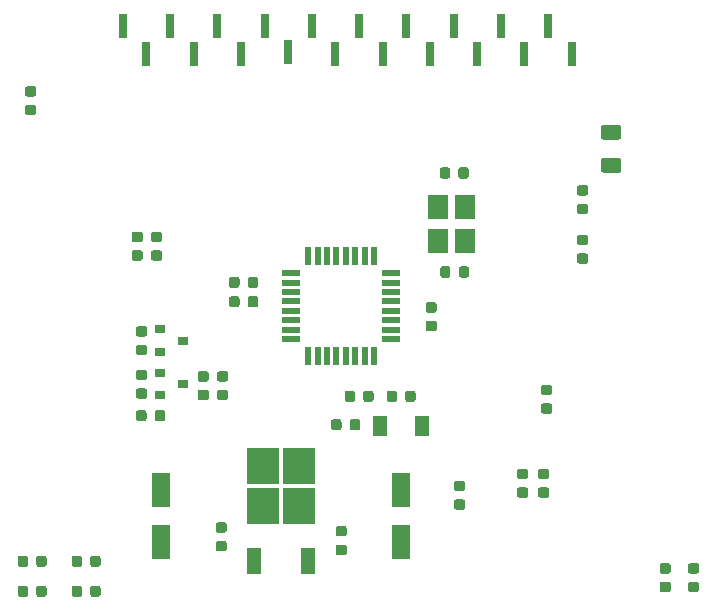
<source format=gtp>
G04 #@! TF.GenerationSoftware,KiCad,Pcbnew,(5.0.0)*
G04 #@! TF.CreationDate,2018-11-19T10:00:08+01:00*
G04 #@! TF.ProjectId,GrafikDisplay_K0108_V2,47726166696B446973706C61795F4B30,rev?*
G04 #@! TF.SameCoordinates,Original*
G04 #@! TF.FileFunction,Paste,Top*
G04 #@! TF.FilePolarity,Positive*
%FSLAX46Y46*%
G04 Gerber Fmt 4.6, Leading zero omitted, Abs format (unit mm)*
G04 Created by KiCad (PCBNEW (5.0.0)) date 11/19/18 10:00:08*
%MOMM*%
%LPD*%
G01*
G04 APERTURE LIST*
%ADD10R,1.800000X2.100000*%
%ADD11C,0.100000*%
%ADD12C,0.875000*%
%ADD13R,0.900000X0.800000*%
%ADD14R,0.800000X2.000000*%
%ADD15C,1.250000*%
%ADD16R,0.550000X1.600000*%
%ADD17R,1.600000X0.550000*%
%ADD18R,2.750000X3.050000*%
%ADD19R,1.200000X2.200000*%
%ADD20R,1.600000X3.000000*%
%ADD21R,1.300000X1.700000*%
G04 APERTURE END LIST*
D10*
G04 #@! TO.C,Q1*
X138679500Y-64008700D03*
X138679500Y-61108700D03*
X140979500Y-61108700D03*
X140979500Y-64008700D03*
G04 #@! TD*
D11*
G04 #@! TO.C,C16*
G36*
X115379791Y-78320653D02*
X115401026Y-78323803D01*
X115421850Y-78329019D01*
X115442062Y-78336251D01*
X115461468Y-78345430D01*
X115479881Y-78356466D01*
X115497124Y-78369254D01*
X115513030Y-78383670D01*
X115527446Y-78399576D01*
X115540234Y-78416819D01*
X115551270Y-78435232D01*
X115560449Y-78454638D01*
X115567681Y-78474850D01*
X115572897Y-78495674D01*
X115576047Y-78516909D01*
X115577100Y-78538350D01*
X115577100Y-79050850D01*
X115576047Y-79072291D01*
X115572897Y-79093526D01*
X115567681Y-79114350D01*
X115560449Y-79134562D01*
X115551270Y-79153968D01*
X115540234Y-79172381D01*
X115527446Y-79189624D01*
X115513030Y-79205530D01*
X115497124Y-79219946D01*
X115479881Y-79232734D01*
X115461468Y-79243770D01*
X115442062Y-79252949D01*
X115421850Y-79260181D01*
X115401026Y-79265397D01*
X115379791Y-79268547D01*
X115358350Y-79269600D01*
X114920850Y-79269600D01*
X114899409Y-79268547D01*
X114878174Y-79265397D01*
X114857350Y-79260181D01*
X114837138Y-79252949D01*
X114817732Y-79243770D01*
X114799319Y-79232734D01*
X114782076Y-79219946D01*
X114766170Y-79205530D01*
X114751754Y-79189624D01*
X114738966Y-79172381D01*
X114727930Y-79153968D01*
X114718751Y-79134562D01*
X114711519Y-79114350D01*
X114706303Y-79093526D01*
X114703153Y-79072291D01*
X114702100Y-79050850D01*
X114702100Y-78538350D01*
X114703153Y-78516909D01*
X114706303Y-78495674D01*
X114711519Y-78474850D01*
X114718751Y-78454638D01*
X114727930Y-78435232D01*
X114738966Y-78416819D01*
X114751754Y-78399576D01*
X114766170Y-78383670D01*
X114782076Y-78369254D01*
X114799319Y-78356466D01*
X114817732Y-78345430D01*
X114837138Y-78336251D01*
X114857350Y-78329019D01*
X114878174Y-78323803D01*
X114899409Y-78320653D01*
X114920850Y-78319600D01*
X115358350Y-78319600D01*
X115379791Y-78320653D01*
X115379791Y-78320653D01*
G37*
D12*
X115139600Y-78794600D03*
D11*
G36*
X113804791Y-78320653D02*
X113826026Y-78323803D01*
X113846850Y-78329019D01*
X113867062Y-78336251D01*
X113886468Y-78345430D01*
X113904881Y-78356466D01*
X113922124Y-78369254D01*
X113938030Y-78383670D01*
X113952446Y-78399576D01*
X113965234Y-78416819D01*
X113976270Y-78435232D01*
X113985449Y-78454638D01*
X113992681Y-78474850D01*
X113997897Y-78495674D01*
X114001047Y-78516909D01*
X114002100Y-78538350D01*
X114002100Y-79050850D01*
X114001047Y-79072291D01*
X113997897Y-79093526D01*
X113992681Y-79114350D01*
X113985449Y-79134562D01*
X113976270Y-79153968D01*
X113965234Y-79172381D01*
X113952446Y-79189624D01*
X113938030Y-79205530D01*
X113922124Y-79219946D01*
X113904881Y-79232734D01*
X113886468Y-79243770D01*
X113867062Y-79252949D01*
X113846850Y-79260181D01*
X113826026Y-79265397D01*
X113804791Y-79268547D01*
X113783350Y-79269600D01*
X113345850Y-79269600D01*
X113324409Y-79268547D01*
X113303174Y-79265397D01*
X113282350Y-79260181D01*
X113262138Y-79252949D01*
X113242732Y-79243770D01*
X113224319Y-79232734D01*
X113207076Y-79219946D01*
X113191170Y-79205530D01*
X113176754Y-79189624D01*
X113163966Y-79172381D01*
X113152930Y-79153968D01*
X113143751Y-79134562D01*
X113136519Y-79114350D01*
X113131303Y-79093526D01*
X113128153Y-79072291D01*
X113127100Y-79050850D01*
X113127100Y-78538350D01*
X113128153Y-78516909D01*
X113131303Y-78495674D01*
X113136519Y-78474850D01*
X113143751Y-78454638D01*
X113152930Y-78435232D01*
X113163966Y-78416819D01*
X113176754Y-78399576D01*
X113191170Y-78383670D01*
X113207076Y-78369254D01*
X113224319Y-78356466D01*
X113242732Y-78345430D01*
X113262138Y-78336251D01*
X113282350Y-78329019D01*
X113303174Y-78323803D01*
X113324409Y-78320653D01*
X113345850Y-78319600D01*
X113783350Y-78319600D01*
X113804791Y-78320653D01*
X113804791Y-78320653D01*
G37*
D12*
X113564600Y-78794600D03*
G04 #@! TD*
D11*
G04 #@! TO.C,R13*
G36*
X146125791Y-84860653D02*
X146147026Y-84863803D01*
X146167850Y-84869019D01*
X146188062Y-84876251D01*
X146207468Y-84885430D01*
X146225881Y-84896466D01*
X146243124Y-84909254D01*
X146259030Y-84923670D01*
X146273446Y-84939576D01*
X146286234Y-84956819D01*
X146297270Y-84975232D01*
X146306449Y-84994638D01*
X146313681Y-85014850D01*
X146318897Y-85035674D01*
X146322047Y-85056909D01*
X146323100Y-85078350D01*
X146323100Y-85515850D01*
X146322047Y-85537291D01*
X146318897Y-85558526D01*
X146313681Y-85579350D01*
X146306449Y-85599562D01*
X146297270Y-85618968D01*
X146286234Y-85637381D01*
X146273446Y-85654624D01*
X146259030Y-85670530D01*
X146243124Y-85684946D01*
X146225881Y-85697734D01*
X146207468Y-85708770D01*
X146188062Y-85717949D01*
X146167850Y-85725181D01*
X146147026Y-85730397D01*
X146125791Y-85733547D01*
X146104350Y-85734600D01*
X145591850Y-85734600D01*
X145570409Y-85733547D01*
X145549174Y-85730397D01*
X145528350Y-85725181D01*
X145508138Y-85717949D01*
X145488732Y-85708770D01*
X145470319Y-85697734D01*
X145453076Y-85684946D01*
X145437170Y-85670530D01*
X145422754Y-85654624D01*
X145409966Y-85637381D01*
X145398930Y-85618968D01*
X145389751Y-85599562D01*
X145382519Y-85579350D01*
X145377303Y-85558526D01*
X145374153Y-85537291D01*
X145373100Y-85515850D01*
X145373100Y-85078350D01*
X145374153Y-85056909D01*
X145377303Y-85035674D01*
X145382519Y-85014850D01*
X145389751Y-84994638D01*
X145398930Y-84975232D01*
X145409966Y-84956819D01*
X145422754Y-84939576D01*
X145437170Y-84923670D01*
X145453076Y-84909254D01*
X145470319Y-84896466D01*
X145488732Y-84885430D01*
X145508138Y-84876251D01*
X145528350Y-84869019D01*
X145549174Y-84863803D01*
X145570409Y-84860653D01*
X145591850Y-84859600D01*
X146104350Y-84859600D01*
X146125791Y-84860653D01*
X146125791Y-84860653D01*
G37*
D12*
X145848100Y-85297100D03*
D11*
G36*
X146125791Y-83285653D02*
X146147026Y-83288803D01*
X146167850Y-83294019D01*
X146188062Y-83301251D01*
X146207468Y-83310430D01*
X146225881Y-83321466D01*
X146243124Y-83334254D01*
X146259030Y-83348670D01*
X146273446Y-83364576D01*
X146286234Y-83381819D01*
X146297270Y-83400232D01*
X146306449Y-83419638D01*
X146313681Y-83439850D01*
X146318897Y-83460674D01*
X146322047Y-83481909D01*
X146323100Y-83503350D01*
X146323100Y-83940850D01*
X146322047Y-83962291D01*
X146318897Y-83983526D01*
X146313681Y-84004350D01*
X146306449Y-84024562D01*
X146297270Y-84043968D01*
X146286234Y-84062381D01*
X146273446Y-84079624D01*
X146259030Y-84095530D01*
X146243124Y-84109946D01*
X146225881Y-84122734D01*
X146207468Y-84133770D01*
X146188062Y-84142949D01*
X146167850Y-84150181D01*
X146147026Y-84155397D01*
X146125791Y-84158547D01*
X146104350Y-84159600D01*
X145591850Y-84159600D01*
X145570409Y-84158547D01*
X145549174Y-84155397D01*
X145528350Y-84150181D01*
X145508138Y-84142949D01*
X145488732Y-84133770D01*
X145470319Y-84122734D01*
X145453076Y-84109946D01*
X145437170Y-84095530D01*
X145422754Y-84079624D01*
X145409966Y-84062381D01*
X145398930Y-84043968D01*
X145389751Y-84024562D01*
X145382519Y-84004350D01*
X145377303Y-83983526D01*
X145374153Y-83962291D01*
X145373100Y-83940850D01*
X145373100Y-83503350D01*
X145374153Y-83481909D01*
X145377303Y-83460674D01*
X145382519Y-83439850D01*
X145389751Y-83419638D01*
X145398930Y-83400232D01*
X145409966Y-83381819D01*
X145422754Y-83364576D01*
X145437170Y-83348670D01*
X145453076Y-83334254D01*
X145470319Y-83321466D01*
X145488732Y-83310430D01*
X145508138Y-83301251D01*
X145528350Y-83294019D01*
X145549174Y-83288803D01*
X145570409Y-83285653D01*
X145591850Y-83284600D01*
X146104350Y-83284600D01*
X146125791Y-83285653D01*
X146125791Y-83285653D01*
G37*
D12*
X145848100Y-83722100D03*
G04 #@! TD*
D11*
G04 #@! TO.C,R14*
G36*
X147903791Y-84860653D02*
X147925026Y-84863803D01*
X147945850Y-84869019D01*
X147966062Y-84876251D01*
X147985468Y-84885430D01*
X148003881Y-84896466D01*
X148021124Y-84909254D01*
X148037030Y-84923670D01*
X148051446Y-84939576D01*
X148064234Y-84956819D01*
X148075270Y-84975232D01*
X148084449Y-84994638D01*
X148091681Y-85014850D01*
X148096897Y-85035674D01*
X148100047Y-85056909D01*
X148101100Y-85078350D01*
X148101100Y-85515850D01*
X148100047Y-85537291D01*
X148096897Y-85558526D01*
X148091681Y-85579350D01*
X148084449Y-85599562D01*
X148075270Y-85618968D01*
X148064234Y-85637381D01*
X148051446Y-85654624D01*
X148037030Y-85670530D01*
X148021124Y-85684946D01*
X148003881Y-85697734D01*
X147985468Y-85708770D01*
X147966062Y-85717949D01*
X147945850Y-85725181D01*
X147925026Y-85730397D01*
X147903791Y-85733547D01*
X147882350Y-85734600D01*
X147369850Y-85734600D01*
X147348409Y-85733547D01*
X147327174Y-85730397D01*
X147306350Y-85725181D01*
X147286138Y-85717949D01*
X147266732Y-85708770D01*
X147248319Y-85697734D01*
X147231076Y-85684946D01*
X147215170Y-85670530D01*
X147200754Y-85654624D01*
X147187966Y-85637381D01*
X147176930Y-85618968D01*
X147167751Y-85599562D01*
X147160519Y-85579350D01*
X147155303Y-85558526D01*
X147152153Y-85537291D01*
X147151100Y-85515850D01*
X147151100Y-85078350D01*
X147152153Y-85056909D01*
X147155303Y-85035674D01*
X147160519Y-85014850D01*
X147167751Y-84994638D01*
X147176930Y-84975232D01*
X147187966Y-84956819D01*
X147200754Y-84939576D01*
X147215170Y-84923670D01*
X147231076Y-84909254D01*
X147248319Y-84896466D01*
X147266732Y-84885430D01*
X147286138Y-84876251D01*
X147306350Y-84869019D01*
X147327174Y-84863803D01*
X147348409Y-84860653D01*
X147369850Y-84859600D01*
X147882350Y-84859600D01*
X147903791Y-84860653D01*
X147903791Y-84860653D01*
G37*
D12*
X147626100Y-85297100D03*
D11*
G36*
X147903791Y-83285653D02*
X147925026Y-83288803D01*
X147945850Y-83294019D01*
X147966062Y-83301251D01*
X147985468Y-83310430D01*
X148003881Y-83321466D01*
X148021124Y-83334254D01*
X148037030Y-83348670D01*
X148051446Y-83364576D01*
X148064234Y-83381819D01*
X148075270Y-83400232D01*
X148084449Y-83419638D01*
X148091681Y-83439850D01*
X148096897Y-83460674D01*
X148100047Y-83481909D01*
X148101100Y-83503350D01*
X148101100Y-83940850D01*
X148100047Y-83962291D01*
X148096897Y-83983526D01*
X148091681Y-84004350D01*
X148084449Y-84024562D01*
X148075270Y-84043968D01*
X148064234Y-84062381D01*
X148051446Y-84079624D01*
X148037030Y-84095530D01*
X148021124Y-84109946D01*
X148003881Y-84122734D01*
X147985468Y-84133770D01*
X147966062Y-84142949D01*
X147945850Y-84150181D01*
X147925026Y-84155397D01*
X147903791Y-84158547D01*
X147882350Y-84159600D01*
X147369850Y-84159600D01*
X147348409Y-84158547D01*
X147327174Y-84155397D01*
X147306350Y-84150181D01*
X147286138Y-84142949D01*
X147266732Y-84133770D01*
X147248319Y-84122734D01*
X147231076Y-84109946D01*
X147215170Y-84095530D01*
X147200754Y-84079624D01*
X147187966Y-84062381D01*
X147176930Y-84043968D01*
X147167751Y-84024562D01*
X147160519Y-84004350D01*
X147155303Y-83983526D01*
X147152153Y-83962291D01*
X147151100Y-83940850D01*
X147151100Y-83503350D01*
X147152153Y-83481909D01*
X147155303Y-83460674D01*
X147160519Y-83439850D01*
X147167751Y-83419638D01*
X147176930Y-83400232D01*
X147187966Y-83381819D01*
X147200754Y-83364576D01*
X147215170Y-83348670D01*
X147231076Y-83334254D01*
X147248319Y-83321466D01*
X147266732Y-83310430D01*
X147286138Y-83301251D01*
X147306350Y-83294019D01*
X147327174Y-83288803D01*
X147348409Y-83285653D01*
X147369850Y-83284600D01*
X147882350Y-83284600D01*
X147903791Y-83285653D01*
X147903791Y-83285653D01*
G37*
D12*
X147626100Y-83722100D03*
G04 #@! TD*
D11*
G04 #@! TO.C,R15*
G36*
X148157791Y-77748653D02*
X148179026Y-77751803D01*
X148199850Y-77757019D01*
X148220062Y-77764251D01*
X148239468Y-77773430D01*
X148257881Y-77784466D01*
X148275124Y-77797254D01*
X148291030Y-77811670D01*
X148305446Y-77827576D01*
X148318234Y-77844819D01*
X148329270Y-77863232D01*
X148338449Y-77882638D01*
X148345681Y-77902850D01*
X148350897Y-77923674D01*
X148354047Y-77944909D01*
X148355100Y-77966350D01*
X148355100Y-78403850D01*
X148354047Y-78425291D01*
X148350897Y-78446526D01*
X148345681Y-78467350D01*
X148338449Y-78487562D01*
X148329270Y-78506968D01*
X148318234Y-78525381D01*
X148305446Y-78542624D01*
X148291030Y-78558530D01*
X148275124Y-78572946D01*
X148257881Y-78585734D01*
X148239468Y-78596770D01*
X148220062Y-78605949D01*
X148199850Y-78613181D01*
X148179026Y-78618397D01*
X148157791Y-78621547D01*
X148136350Y-78622600D01*
X147623850Y-78622600D01*
X147602409Y-78621547D01*
X147581174Y-78618397D01*
X147560350Y-78613181D01*
X147540138Y-78605949D01*
X147520732Y-78596770D01*
X147502319Y-78585734D01*
X147485076Y-78572946D01*
X147469170Y-78558530D01*
X147454754Y-78542624D01*
X147441966Y-78525381D01*
X147430930Y-78506968D01*
X147421751Y-78487562D01*
X147414519Y-78467350D01*
X147409303Y-78446526D01*
X147406153Y-78425291D01*
X147405100Y-78403850D01*
X147405100Y-77966350D01*
X147406153Y-77944909D01*
X147409303Y-77923674D01*
X147414519Y-77902850D01*
X147421751Y-77882638D01*
X147430930Y-77863232D01*
X147441966Y-77844819D01*
X147454754Y-77827576D01*
X147469170Y-77811670D01*
X147485076Y-77797254D01*
X147502319Y-77784466D01*
X147520732Y-77773430D01*
X147540138Y-77764251D01*
X147560350Y-77757019D01*
X147581174Y-77751803D01*
X147602409Y-77748653D01*
X147623850Y-77747600D01*
X148136350Y-77747600D01*
X148157791Y-77748653D01*
X148157791Y-77748653D01*
G37*
D12*
X147880100Y-78185100D03*
D11*
G36*
X148157791Y-76173653D02*
X148179026Y-76176803D01*
X148199850Y-76182019D01*
X148220062Y-76189251D01*
X148239468Y-76198430D01*
X148257881Y-76209466D01*
X148275124Y-76222254D01*
X148291030Y-76236670D01*
X148305446Y-76252576D01*
X148318234Y-76269819D01*
X148329270Y-76288232D01*
X148338449Y-76307638D01*
X148345681Y-76327850D01*
X148350897Y-76348674D01*
X148354047Y-76369909D01*
X148355100Y-76391350D01*
X148355100Y-76828850D01*
X148354047Y-76850291D01*
X148350897Y-76871526D01*
X148345681Y-76892350D01*
X148338449Y-76912562D01*
X148329270Y-76931968D01*
X148318234Y-76950381D01*
X148305446Y-76967624D01*
X148291030Y-76983530D01*
X148275124Y-76997946D01*
X148257881Y-77010734D01*
X148239468Y-77021770D01*
X148220062Y-77030949D01*
X148199850Y-77038181D01*
X148179026Y-77043397D01*
X148157791Y-77046547D01*
X148136350Y-77047600D01*
X147623850Y-77047600D01*
X147602409Y-77046547D01*
X147581174Y-77043397D01*
X147560350Y-77038181D01*
X147540138Y-77030949D01*
X147520732Y-77021770D01*
X147502319Y-77010734D01*
X147485076Y-76997946D01*
X147469170Y-76983530D01*
X147454754Y-76967624D01*
X147441966Y-76950381D01*
X147430930Y-76931968D01*
X147421751Y-76912562D01*
X147414519Y-76892350D01*
X147409303Y-76871526D01*
X147406153Y-76850291D01*
X147405100Y-76828850D01*
X147405100Y-76391350D01*
X147406153Y-76369909D01*
X147409303Y-76348674D01*
X147414519Y-76327850D01*
X147421751Y-76307638D01*
X147430930Y-76288232D01*
X147441966Y-76269819D01*
X147454754Y-76252576D01*
X147469170Y-76236670D01*
X147485076Y-76222254D01*
X147502319Y-76209466D01*
X147520732Y-76198430D01*
X147540138Y-76189251D01*
X147560350Y-76182019D01*
X147581174Y-76176803D01*
X147602409Y-76173653D01*
X147623850Y-76172600D01*
X148136350Y-76172600D01*
X148157791Y-76173653D01*
X148157791Y-76173653D01*
G37*
D12*
X147880100Y-76610100D03*
G04 #@! TD*
D11*
G04 #@! TO.C,R11*
G36*
X113486791Y-63219653D02*
X113508026Y-63222803D01*
X113528850Y-63228019D01*
X113549062Y-63235251D01*
X113568468Y-63244430D01*
X113586881Y-63255466D01*
X113604124Y-63268254D01*
X113620030Y-63282670D01*
X113634446Y-63298576D01*
X113647234Y-63315819D01*
X113658270Y-63334232D01*
X113667449Y-63353638D01*
X113674681Y-63373850D01*
X113679897Y-63394674D01*
X113683047Y-63415909D01*
X113684100Y-63437350D01*
X113684100Y-63874850D01*
X113683047Y-63896291D01*
X113679897Y-63917526D01*
X113674681Y-63938350D01*
X113667449Y-63958562D01*
X113658270Y-63977968D01*
X113647234Y-63996381D01*
X113634446Y-64013624D01*
X113620030Y-64029530D01*
X113604124Y-64043946D01*
X113586881Y-64056734D01*
X113568468Y-64067770D01*
X113549062Y-64076949D01*
X113528850Y-64084181D01*
X113508026Y-64089397D01*
X113486791Y-64092547D01*
X113465350Y-64093600D01*
X112952850Y-64093600D01*
X112931409Y-64092547D01*
X112910174Y-64089397D01*
X112889350Y-64084181D01*
X112869138Y-64076949D01*
X112849732Y-64067770D01*
X112831319Y-64056734D01*
X112814076Y-64043946D01*
X112798170Y-64029530D01*
X112783754Y-64013624D01*
X112770966Y-63996381D01*
X112759930Y-63977968D01*
X112750751Y-63958562D01*
X112743519Y-63938350D01*
X112738303Y-63917526D01*
X112735153Y-63896291D01*
X112734100Y-63874850D01*
X112734100Y-63437350D01*
X112735153Y-63415909D01*
X112738303Y-63394674D01*
X112743519Y-63373850D01*
X112750751Y-63353638D01*
X112759930Y-63334232D01*
X112770966Y-63315819D01*
X112783754Y-63298576D01*
X112798170Y-63282670D01*
X112814076Y-63268254D01*
X112831319Y-63255466D01*
X112849732Y-63244430D01*
X112869138Y-63235251D01*
X112889350Y-63228019D01*
X112910174Y-63222803D01*
X112931409Y-63219653D01*
X112952850Y-63218600D01*
X113465350Y-63218600D01*
X113486791Y-63219653D01*
X113486791Y-63219653D01*
G37*
D12*
X113209100Y-63656100D03*
D11*
G36*
X113486791Y-64794653D02*
X113508026Y-64797803D01*
X113528850Y-64803019D01*
X113549062Y-64810251D01*
X113568468Y-64819430D01*
X113586881Y-64830466D01*
X113604124Y-64843254D01*
X113620030Y-64857670D01*
X113634446Y-64873576D01*
X113647234Y-64890819D01*
X113658270Y-64909232D01*
X113667449Y-64928638D01*
X113674681Y-64948850D01*
X113679897Y-64969674D01*
X113683047Y-64990909D01*
X113684100Y-65012350D01*
X113684100Y-65449850D01*
X113683047Y-65471291D01*
X113679897Y-65492526D01*
X113674681Y-65513350D01*
X113667449Y-65533562D01*
X113658270Y-65552968D01*
X113647234Y-65571381D01*
X113634446Y-65588624D01*
X113620030Y-65604530D01*
X113604124Y-65618946D01*
X113586881Y-65631734D01*
X113568468Y-65642770D01*
X113549062Y-65651949D01*
X113528850Y-65659181D01*
X113508026Y-65664397D01*
X113486791Y-65667547D01*
X113465350Y-65668600D01*
X112952850Y-65668600D01*
X112931409Y-65667547D01*
X112910174Y-65664397D01*
X112889350Y-65659181D01*
X112869138Y-65651949D01*
X112849732Y-65642770D01*
X112831319Y-65631734D01*
X112814076Y-65618946D01*
X112798170Y-65604530D01*
X112783754Y-65588624D01*
X112770966Y-65571381D01*
X112759930Y-65552968D01*
X112750751Y-65533562D01*
X112743519Y-65513350D01*
X112738303Y-65492526D01*
X112735153Y-65471291D01*
X112734100Y-65449850D01*
X112734100Y-65012350D01*
X112735153Y-64990909D01*
X112738303Y-64969674D01*
X112743519Y-64948850D01*
X112750751Y-64928638D01*
X112759930Y-64909232D01*
X112770966Y-64890819D01*
X112783754Y-64873576D01*
X112798170Y-64857670D01*
X112814076Y-64843254D01*
X112831319Y-64830466D01*
X112849732Y-64819430D01*
X112869138Y-64810251D01*
X112889350Y-64803019D01*
X112910174Y-64797803D01*
X112931409Y-64794653D01*
X112952850Y-64793600D01*
X113465350Y-64793600D01*
X113486791Y-64794653D01*
X113486791Y-64794653D01*
G37*
D12*
X113209100Y-65231100D03*
G04 #@! TD*
D11*
G04 #@! TO.C,R12*
G36*
X115137791Y-63219653D02*
X115159026Y-63222803D01*
X115179850Y-63228019D01*
X115200062Y-63235251D01*
X115219468Y-63244430D01*
X115237881Y-63255466D01*
X115255124Y-63268254D01*
X115271030Y-63282670D01*
X115285446Y-63298576D01*
X115298234Y-63315819D01*
X115309270Y-63334232D01*
X115318449Y-63353638D01*
X115325681Y-63373850D01*
X115330897Y-63394674D01*
X115334047Y-63415909D01*
X115335100Y-63437350D01*
X115335100Y-63874850D01*
X115334047Y-63896291D01*
X115330897Y-63917526D01*
X115325681Y-63938350D01*
X115318449Y-63958562D01*
X115309270Y-63977968D01*
X115298234Y-63996381D01*
X115285446Y-64013624D01*
X115271030Y-64029530D01*
X115255124Y-64043946D01*
X115237881Y-64056734D01*
X115219468Y-64067770D01*
X115200062Y-64076949D01*
X115179850Y-64084181D01*
X115159026Y-64089397D01*
X115137791Y-64092547D01*
X115116350Y-64093600D01*
X114603850Y-64093600D01*
X114582409Y-64092547D01*
X114561174Y-64089397D01*
X114540350Y-64084181D01*
X114520138Y-64076949D01*
X114500732Y-64067770D01*
X114482319Y-64056734D01*
X114465076Y-64043946D01*
X114449170Y-64029530D01*
X114434754Y-64013624D01*
X114421966Y-63996381D01*
X114410930Y-63977968D01*
X114401751Y-63958562D01*
X114394519Y-63938350D01*
X114389303Y-63917526D01*
X114386153Y-63896291D01*
X114385100Y-63874850D01*
X114385100Y-63437350D01*
X114386153Y-63415909D01*
X114389303Y-63394674D01*
X114394519Y-63373850D01*
X114401751Y-63353638D01*
X114410930Y-63334232D01*
X114421966Y-63315819D01*
X114434754Y-63298576D01*
X114449170Y-63282670D01*
X114465076Y-63268254D01*
X114482319Y-63255466D01*
X114500732Y-63244430D01*
X114520138Y-63235251D01*
X114540350Y-63228019D01*
X114561174Y-63222803D01*
X114582409Y-63219653D01*
X114603850Y-63218600D01*
X115116350Y-63218600D01*
X115137791Y-63219653D01*
X115137791Y-63219653D01*
G37*
D12*
X114860100Y-63656100D03*
D11*
G36*
X115137791Y-64794653D02*
X115159026Y-64797803D01*
X115179850Y-64803019D01*
X115200062Y-64810251D01*
X115219468Y-64819430D01*
X115237881Y-64830466D01*
X115255124Y-64843254D01*
X115271030Y-64857670D01*
X115285446Y-64873576D01*
X115298234Y-64890819D01*
X115309270Y-64909232D01*
X115318449Y-64928638D01*
X115325681Y-64948850D01*
X115330897Y-64969674D01*
X115334047Y-64990909D01*
X115335100Y-65012350D01*
X115335100Y-65449850D01*
X115334047Y-65471291D01*
X115330897Y-65492526D01*
X115325681Y-65513350D01*
X115318449Y-65533562D01*
X115309270Y-65552968D01*
X115298234Y-65571381D01*
X115285446Y-65588624D01*
X115271030Y-65604530D01*
X115255124Y-65618946D01*
X115237881Y-65631734D01*
X115219468Y-65642770D01*
X115200062Y-65651949D01*
X115179850Y-65659181D01*
X115159026Y-65664397D01*
X115137791Y-65667547D01*
X115116350Y-65668600D01*
X114603850Y-65668600D01*
X114582409Y-65667547D01*
X114561174Y-65664397D01*
X114540350Y-65659181D01*
X114520138Y-65651949D01*
X114500732Y-65642770D01*
X114482319Y-65631734D01*
X114465076Y-65618946D01*
X114449170Y-65604530D01*
X114434754Y-65588624D01*
X114421966Y-65571381D01*
X114410930Y-65552968D01*
X114401751Y-65533562D01*
X114394519Y-65513350D01*
X114389303Y-65492526D01*
X114386153Y-65471291D01*
X114385100Y-65449850D01*
X114385100Y-65012350D01*
X114386153Y-64990909D01*
X114389303Y-64969674D01*
X114394519Y-64948850D01*
X114401751Y-64928638D01*
X114410930Y-64909232D01*
X114421966Y-64890819D01*
X114434754Y-64873576D01*
X114449170Y-64857670D01*
X114465076Y-64843254D01*
X114482319Y-64830466D01*
X114500732Y-64819430D01*
X114520138Y-64810251D01*
X114540350Y-64803019D01*
X114561174Y-64797803D01*
X114582409Y-64794653D01*
X114603850Y-64793600D01*
X115116350Y-64793600D01*
X115137791Y-64794653D01*
X115137791Y-64794653D01*
G37*
D12*
X114860100Y-65231100D03*
G04 #@! TD*
D11*
G04 #@! TO.C,R9*
G36*
X113867791Y-76478653D02*
X113889026Y-76481803D01*
X113909850Y-76487019D01*
X113930062Y-76494251D01*
X113949468Y-76503430D01*
X113967881Y-76514466D01*
X113985124Y-76527254D01*
X114001030Y-76541670D01*
X114015446Y-76557576D01*
X114028234Y-76574819D01*
X114039270Y-76593232D01*
X114048449Y-76612638D01*
X114055681Y-76632850D01*
X114060897Y-76653674D01*
X114064047Y-76674909D01*
X114065100Y-76696350D01*
X114065100Y-77133850D01*
X114064047Y-77155291D01*
X114060897Y-77176526D01*
X114055681Y-77197350D01*
X114048449Y-77217562D01*
X114039270Y-77236968D01*
X114028234Y-77255381D01*
X114015446Y-77272624D01*
X114001030Y-77288530D01*
X113985124Y-77302946D01*
X113967881Y-77315734D01*
X113949468Y-77326770D01*
X113930062Y-77335949D01*
X113909850Y-77343181D01*
X113889026Y-77348397D01*
X113867791Y-77351547D01*
X113846350Y-77352600D01*
X113333850Y-77352600D01*
X113312409Y-77351547D01*
X113291174Y-77348397D01*
X113270350Y-77343181D01*
X113250138Y-77335949D01*
X113230732Y-77326770D01*
X113212319Y-77315734D01*
X113195076Y-77302946D01*
X113179170Y-77288530D01*
X113164754Y-77272624D01*
X113151966Y-77255381D01*
X113140930Y-77236968D01*
X113131751Y-77217562D01*
X113124519Y-77197350D01*
X113119303Y-77176526D01*
X113116153Y-77155291D01*
X113115100Y-77133850D01*
X113115100Y-76696350D01*
X113116153Y-76674909D01*
X113119303Y-76653674D01*
X113124519Y-76632850D01*
X113131751Y-76612638D01*
X113140930Y-76593232D01*
X113151966Y-76574819D01*
X113164754Y-76557576D01*
X113179170Y-76541670D01*
X113195076Y-76527254D01*
X113212319Y-76514466D01*
X113230732Y-76503430D01*
X113250138Y-76494251D01*
X113270350Y-76487019D01*
X113291174Y-76481803D01*
X113312409Y-76478653D01*
X113333850Y-76477600D01*
X113846350Y-76477600D01*
X113867791Y-76478653D01*
X113867791Y-76478653D01*
G37*
D12*
X113590100Y-76915100D03*
D11*
G36*
X113867791Y-74903653D02*
X113889026Y-74906803D01*
X113909850Y-74912019D01*
X113930062Y-74919251D01*
X113949468Y-74928430D01*
X113967881Y-74939466D01*
X113985124Y-74952254D01*
X114001030Y-74966670D01*
X114015446Y-74982576D01*
X114028234Y-74999819D01*
X114039270Y-75018232D01*
X114048449Y-75037638D01*
X114055681Y-75057850D01*
X114060897Y-75078674D01*
X114064047Y-75099909D01*
X114065100Y-75121350D01*
X114065100Y-75558850D01*
X114064047Y-75580291D01*
X114060897Y-75601526D01*
X114055681Y-75622350D01*
X114048449Y-75642562D01*
X114039270Y-75661968D01*
X114028234Y-75680381D01*
X114015446Y-75697624D01*
X114001030Y-75713530D01*
X113985124Y-75727946D01*
X113967881Y-75740734D01*
X113949468Y-75751770D01*
X113930062Y-75760949D01*
X113909850Y-75768181D01*
X113889026Y-75773397D01*
X113867791Y-75776547D01*
X113846350Y-75777600D01*
X113333850Y-75777600D01*
X113312409Y-75776547D01*
X113291174Y-75773397D01*
X113270350Y-75768181D01*
X113250138Y-75760949D01*
X113230732Y-75751770D01*
X113212319Y-75740734D01*
X113195076Y-75727946D01*
X113179170Y-75713530D01*
X113164754Y-75697624D01*
X113151966Y-75680381D01*
X113140930Y-75661968D01*
X113131751Y-75642562D01*
X113124519Y-75622350D01*
X113119303Y-75601526D01*
X113116153Y-75580291D01*
X113115100Y-75558850D01*
X113115100Y-75121350D01*
X113116153Y-75099909D01*
X113119303Y-75078674D01*
X113124519Y-75057850D01*
X113131751Y-75037638D01*
X113140930Y-75018232D01*
X113151966Y-74999819D01*
X113164754Y-74982576D01*
X113179170Y-74966670D01*
X113195076Y-74952254D01*
X113212319Y-74939466D01*
X113230732Y-74928430D01*
X113250138Y-74919251D01*
X113270350Y-74912019D01*
X113291174Y-74906803D01*
X113312409Y-74903653D01*
X113333850Y-74902600D01*
X113846350Y-74902600D01*
X113867791Y-74903653D01*
X113867791Y-74903653D01*
G37*
D12*
X113590100Y-75340100D03*
G04 #@! TD*
D11*
G04 #@! TO.C,R10*
G36*
X113867791Y-72795653D02*
X113889026Y-72798803D01*
X113909850Y-72804019D01*
X113930062Y-72811251D01*
X113949468Y-72820430D01*
X113967881Y-72831466D01*
X113985124Y-72844254D01*
X114001030Y-72858670D01*
X114015446Y-72874576D01*
X114028234Y-72891819D01*
X114039270Y-72910232D01*
X114048449Y-72929638D01*
X114055681Y-72949850D01*
X114060897Y-72970674D01*
X114064047Y-72991909D01*
X114065100Y-73013350D01*
X114065100Y-73450850D01*
X114064047Y-73472291D01*
X114060897Y-73493526D01*
X114055681Y-73514350D01*
X114048449Y-73534562D01*
X114039270Y-73553968D01*
X114028234Y-73572381D01*
X114015446Y-73589624D01*
X114001030Y-73605530D01*
X113985124Y-73619946D01*
X113967881Y-73632734D01*
X113949468Y-73643770D01*
X113930062Y-73652949D01*
X113909850Y-73660181D01*
X113889026Y-73665397D01*
X113867791Y-73668547D01*
X113846350Y-73669600D01*
X113333850Y-73669600D01*
X113312409Y-73668547D01*
X113291174Y-73665397D01*
X113270350Y-73660181D01*
X113250138Y-73652949D01*
X113230732Y-73643770D01*
X113212319Y-73632734D01*
X113195076Y-73619946D01*
X113179170Y-73605530D01*
X113164754Y-73589624D01*
X113151966Y-73572381D01*
X113140930Y-73553968D01*
X113131751Y-73534562D01*
X113124519Y-73514350D01*
X113119303Y-73493526D01*
X113116153Y-73472291D01*
X113115100Y-73450850D01*
X113115100Y-73013350D01*
X113116153Y-72991909D01*
X113119303Y-72970674D01*
X113124519Y-72949850D01*
X113131751Y-72929638D01*
X113140930Y-72910232D01*
X113151966Y-72891819D01*
X113164754Y-72874576D01*
X113179170Y-72858670D01*
X113195076Y-72844254D01*
X113212319Y-72831466D01*
X113230732Y-72820430D01*
X113250138Y-72811251D01*
X113270350Y-72804019D01*
X113291174Y-72798803D01*
X113312409Y-72795653D01*
X113333850Y-72794600D01*
X113846350Y-72794600D01*
X113867791Y-72795653D01*
X113867791Y-72795653D01*
G37*
D12*
X113590100Y-73232100D03*
D11*
G36*
X113867791Y-71220653D02*
X113889026Y-71223803D01*
X113909850Y-71229019D01*
X113930062Y-71236251D01*
X113949468Y-71245430D01*
X113967881Y-71256466D01*
X113985124Y-71269254D01*
X114001030Y-71283670D01*
X114015446Y-71299576D01*
X114028234Y-71316819D01*
X114039270Y-71335232D01*
X114048449Y-71354638D01*
X114055681Y-71374850D01*
X114060897Y-71395674D01*
X114064047Y-71416909D01*
X114065100Y-71438350D01*
X114065100Y-71875850D01*
X114064047Y-71897291D01*
X114060897Y-71918526D01*
X114055681Y-71939350D01*
X114048449Y-71959562D01*
X114039270Y-71978968D01*
X114028234Y-71997381D01*
X114015446Y-72014624D01*
X114001030Y-72030530D01*
X113985124Y-72044946D01*
X113967881Y-72057734D01*
X113949468Y-72068770D01*
X113930062Y-72077949D01*
X113909850Y-72085181D01*
X113889026Y-72090397D01*
X113867791Y-72093547D01*
X113846350Y-72094600D01*
X113333850Y-72094600D01*
X113312409Y-72093547D01*
X113291174Y-72090397D01*
X113270350Y-72085181D01*
X113250138Y-72077949D01*
X113230732Y-72068770D01*
X113212319Y-72057734D01*
X113195076Y-72044946D01*
X113179170Y-72030530D01*
X113164754Y-72014624D01*
X113151966Y-71997381D01*
X113140930Y-71978968D01*
X113131751Y-71959562D01*
X113124519Y-71939350D01*
X113119303Y-71918526D01*
X113116153Y-71897291D01*
X113115100Y-71875850D01*
X113115100Y-71438350D01*
X113116153Y-71416909D01*
X113119303Y-71395674D01*
X113124519Y-71374850D01*
X113131751Y-71354638D01*
X113140930Y-71335232D01*
X113151966Y-71316819D01*
X113164754Y-71299576D01*
X113179170Y-71283670D01*
X113195076Y-71269254D01*
X113212319Y-71256466D01*
X113230732Y-71245430D01*
X113250138Y-71236251D01*
X113270350Y-71229019D01*
X113291174Y-71223803D01*
X113312409Y-71220653D01*
X113333850Y-71219600D01*
X113846350Y-71219600D01*
X113867791Y-71220653D01*
X113867791Y-71220653D01*
G37*
D12*
X113590100Y-71657100D03*
G04 #@! TD*
D11*
G04 #@! TO.C,R7*
G36*
X119074791Y-75030653D02*
X119096026Y-75033803D01*
X119116850Y-75039019D01*
X119137062Y-75046251D01*
X119156468Y-75055430D01*
X119174881Y-75066466D01*
X119192124Y-75079254D01*
X119208030Y-75093670D01*
X119222446Y-75109576D01*
X119235234Y-75126819D01*
X119246270Y-75145232D01*
X119255449Y-75164638D01*
X119262681Y-75184850D01*
X119267897Y-75205674D01*
X119271047Y-75226909D01*
X119272100Y-75248350D01*
X119272100Y-75685850D01*
X119271047Y-75707291D01*
X119267897Y-75728526D01*
X119262681Y-75749350D01*
X119255449Y-75769562D01*
X119246270Y-75788968D01*
X119235234Y-75807381D01*
X119222446Y-75824624D01*
X119208030Y-75840530D01*
X119192124Y-75854946D01*
X119174881Y-75867734D01*
X119156468Y-75878770D01*
X119137062Y-75887949D01*
X119116850Y-75895181D01*
X119096026Y-75900397D01*
X119074791Y-75903547D01*
X119053350Y-75904600D01*
X118540850Y-75904600D01*
X118519409Y-75903547D01*
X118498174Y-75900397D01*
X118477350Y-75895181D01*
X118457138Y-75887949D01*
X118437732Y-75878770D01*
X118419319Y-75867734D01*
X118402076Y-75854946D01*
X118386170Y-75840530D01*
X118371754Y-75824624D01*
X118358966Y-75807381D01*
X118347930Y-75788968D01*
X118338751Y-75769562D01*
X118331519Y-75749350D01*
X118326303Y-75728526D01*
X118323153Y-75707291D01*
X118322100Y-75685850D01*
X118322100Y-75248350D01*
X118323153Y-75226909D01*
X118326303Y-75205674D01*
X118331519Y-75184850D01*
X118338751Y-75164638D01*
X118347930Y-75145232D01*
X118358966Y-75126819D01*
X118371754Y-75109576D01*
X118386170Y-75093670D01*
X118402076Y-75079254D01*
X118419319Y-75066466D01*
X118437732Y-75055430D01*
X118457138Y-75046251D01*
X118477350Y-75039019D01*
X118498174Y-75033803D01*
X118519409Y-75030653D01*
X118540850Y-75029600D01*
X119053350Y-75029600D01*
X119074791Y-75030653D01*
X119074791Y-75030653D01*
G37*
D12*
X118797100Y-75467100D03*
D11*
G36*
X119074791Y-76605653D02*
X119096026Y-76608803D01*
X119116850Y-76614019D01*
X119137062Y-76621251D01*
X119156468Y-76630430D01*
X119174881Y-76641466D01*
X119192124Y-76654254D01*
X119208030Y-76668670D01*
X119222446Y-76684576D01*
X119235234Y-76701819D01*
X119246270Y-76720232D01*
X119255449Y-76739638D01*
X119262681Y-76759850D01*
X119267897Y-76780674D01*
X119271047Y-76801909D01*
X119272100Y-76823350D01*
X119272100Y-77260850D01*
X119271047Y-77282291D01*
X119267897Y-77303526D01*
X119262681Y-77324350D01*
X119255449Y-77344562D01*
X119246270Y-77363968D01*
X119235234Y-77382381D01*
X119222446Y-77399624D01*
X119208030Y-77415530D01*
X119192124Y-77429946D01*
X119174881Y-77442734D01*
X119156468Y-77453770D01*
X119137062Y-77462949D01*
X119116850Y-77470181D01*
X119096026Y-77475397D01*
X119074791Y-77478547D01*
X119053350Y-77479600D01*
X118540850Y-77479600D01*
X118519409Y-77478547D01*
X118498174Y-77475397D01*
X118477350Y-77470181D01*
X118457138Y-77462949D01*
X118437732Y-77453770D01*
X118419319Y-77442734D01*
X118402076Y-77429946D01*
X118386170Y-77415530D01*
X118371754Y-77399624D01*
X118358966Y-77382381D01*
X118347930Y-77363968D01*
X118338751Y-77344562D01*
X118331519Y-77324350D01*
X118326303Y-77303526D01*
X118323153Y-77282291D01*
X118322100Y-77260850D01*
X118322100Y-76823350D01*
X118323153Y-76801909D01*
X118326303Y-76780674D01*
X118331519Y-76759850D01*
X118338751Y-76739638D01*
X118347930Y-76720232D01*
X118358966Y-76701819D01*
X118371754Y-76684576D01*
X118386170Y-76668670D01*
X118402076Y-76654254D01*
X118419319Y-76641466D01*
X118437732Y-76630430D01*
X118457138Y-76621251D01*
X118477350Y-76614019D01*
X118498174Y-76608803D01*
X118519409Y-76605653D01*
X118540850Y-76604600D01*
X119053350Y-76604600D01*
X119074791Y-76605653D01*
X119074791Y-76605653D01*
G37*
D12*
X118797100Y-77042100D03*
G04 #@! TD*
D11*
G04 #@! TO.C,R8*
G36*
X120725791Y-75030653D02*
X120747026Y-75033803D01*
X120767850Y-75039019D01*
X120788062Y-75046251D01*
X120807468Y-75055430D01*
X120825881Y-75066466D01*
X120843124Y-75079254D01*
X120859030Y-75093670D01*
X120873446Y-75109576D01*
X120886234Y-75126819D01*
X120897270Y-75145232D01*
X120906449Y-75164638D01*
X120913681Y-75184850D01*
X120918897Y-75205674D01*
X120922047Y-75226909D01*
X120923100Y-75248350D01*
X120923100Y-75685850D01*
X120922047Y-75707291D01*
X120918897Y-75728526D01*
X120913681Y-75749350D01*
X120906449Y-75769562D01*
X120897270Y-75788968D01*
X120886234Y-75807381D01*
X120873446Y-75824624D01*
X120859030Y-75840530D01*
X120843124Y-75854946D01*
X120825881Y-75867734D01*
X120807468Y-75878770D01*
X120788062Y-75887949D01*
X120767850Y-75895181D01*
X120747026Y-75900397D01*
X120725791Y-75903547D01*
X120704350Y-75904600D01*
X120191850Y-75904600D01*
X120170409Y-75903547D01*
X120149174Y-75900397D01*
X120128350Y-75895181D01*
X120108138Y-75887949D01*
X120088732Y-75878770D01*
X120070319Y-75867734D01*
X120053076Y-75854946D01*
X120037170Y-75840530D01*
X120022754Y-75824624D01*
X120009966Y-75807381D01*
X119998930Y-75788968D01*
X119989751Y-75769562D01*
X119982519Y-75749350D01*
X119977303Y-75728526D01*
X119974153Y-75707291D01*
X119973100Y-75685850D01*
X119973100Y-75248350D01*
X119974153Y-75226909D01*
X119977303Y-75205674D01*
X119982519Y-75184850D01*
X119989751Y-75164638D01*
X119998930Y-75145232D01*
X120009966Y-75126819D01*
X120022754Y-75109576D01*
X120037170Y-75093670D01*
X120053076Y-75079254D01*
X120070319Y-75066466D01*
X120088732Y-75055430D01*
X120108138Y-75046251D01*
X120128350Y-75039019D01*
X120149174Y-75033803D01*
X120170409Y-75030653D01*
X120191850Y-75029600D01*
X120704350Y-75029600D01*
X120725791Y-75030653D01*
X120725791Y-75030653D01*
G37*
D12*
X120448100Y-75467100D03*
D11*
G36*
X120725791Y-76605653D02*
X120747026Y-76608803D01*
X120767850Y-76614019D01*
X120788062Y-76621251D01*
X120807468Y-76630430D01*
X120825881Y-76641466D01*
X120843124Y-76654254D01*
X120859030Y-76668670D01*
X120873446Y-76684576D01*
X120886234Y-76701819D01*
X120897270Y-76720232D01*
X120906449Y-76739638D01*
X120913681Y-76759850D01*
X120918897Y-76780674D01*
X120922047Y-76801909D01*
X120923100Y-76823350D01*
X120923100Y-77260850D01*
X120922047Y-77282291D01*
X120918897Y-77303526D01*
X120913681Y-77324350D01*
X120906449Y-77344562D01*
X120897270Y-77363968D01*
X120886234Y-77382381D01*
X120873446Y-77399624D01*
X120859030Y-77415530D01*
X120843124Y-77429946D01*
X120825881Y-77442734D01*
X120807468Y-77453770D01*
X120788062Y-77462949D01*
X120767850Y-77470181D01*
X120747026Y-77475397D01*
X120725791Y-77478547D01*
X120704350Y-77479600D01*
X120191850Y-77479600D01*
X120170409Y-77478547D01*
X120149174Y-77475397D01*
X120128350Y-77470181D01*
X120108138Y-77462949D01*
X120088732Y-77453770D01*
X120070319Y-77442734D01*
X120053076Y-77429946D01*
X120037170Y-77415530D01*
X120022754Y-77399624D01*
X120009966Y-77382381D01*
X119998930Y-77363968D01*
X119989751Y-77344562D01*
X119982519Y-77324350D01*
X119977303Y-77303526D01*
X119974153Y-77282291D01*
X119973100Y-77260850D01*
X119973100Y-76823350D01*
X119974153Y-76801909D01*
X119977303Y-76780674D01*
X119982519Y-76759850D01*
X119989751Y-76739638D01*
X119998930Y-76720232D01*
X120009966Y-76701819D01*
X120022754Y-76684576D01*
X120037170Y-76668670D01*
X120053076Y-76654254D01*
X120070319Y-76641466D01*
X120088732Y-76630430D01*
X120108138Y-76621251D01*
X120128350Y-76614019D01*
X120149174Y-76608803D01*
X120170409Y-76605653D01*
X120191850Y-76604600D01*
X120704350Y-76604600D01*
X120725791Y-76605653D01*
X120725791Y-76605653D01*
G37*
D12*
X120448100Y-77042100D03*
G04 #@! TD*
D13*
G04 #@! TO.C,Q2*
X117130100Y-76127600D03*
X115130100Y-77077600D03*
X115130100Y-75177600D03*
G04 #@! TD*
G04 #@! TO.C,Q4*
X117130100Y-72444600D03*
X115130100Y-73394600D03*
X115130100Y-71494600D03*
G04 #@! TD*
D11*
G04 #@! TO.C,C15*
G36*
X140791791Y-84301653D02*
X140813026Y-84304803D01*
X140833850Y-84310019D01*
X140854062Y-84317251D01*
X140873468Y-84326430D01*
X140891881Y-84337466D01*
X140909124Y-84350254D01*
X140925030Y-84364670D01*
X140939446Y-84380576D01*
X140952234Y-84397819D01*
X140963270Y-84416232D01*
X140972449Y-84435638D01*
X140979681Y-84455850D01*
X140984897Y-84476674D01*
X140988047Y-84497909D01*
X140989100Y-84519350D01*
X140989100Y-84956850D01*
X140988047Y-84978291D01*
X140984897Y-84999526D01*
X140979681Y-85020350D01*
X140972449Y-85040562D01*
X140963270Y-85059968D01*
X140952234Y-85078381D01*
X140939446Y-85095624D01*
X140925030Y-85111530D01*
X140909124Y-85125946D01*
X140891881Y-85138734D01*
X140873468Y-85149770D01*
X140854062Y-85158949D01*
X140833850Y-85166181D01*
X140813026Y-85171397D01*
X140791791Y-85174547D01*
X140770350Y-85175600D01*
X140257850Y-85175600D01*
X140236409Y-85174547D01*
X140215174Y-85171397D01*
X140194350Y-85166181D01*
X140174138Y-85158949D01*
X140154732Y-85149770D01*
X140136319Y-85138734D01*
X140119076Y-85125946D01*
X140103170Y-85111530D01*
X140088754Y-85095624D01*
X140075966Y-85078381D01*
X140064930Y-85059968D01*
X140055751Y-85040562D01*
X140048519Y-85020350D01*
X140043303Y-84999526D01*
X140040153Y-84978291D01*
X140039100Y-84956850D01*
X140039100Y-84519350D01*
X140040153Y-84497909D01*
X140043303Y-84476674D01*
X140048519Y-84455850D01*
X140055751Y-84435638D01*
X140064930Y-84416232D01*
X140075966Y-84397819D01*
X140088754Y-84380576D01*
X140103170Y-84364670D01*
X140119076Y-84350254D01*
X140136319Y-84337466D01*
X140154732Y-84326430D01*
X140174138Y-84317251D01*
X140194350Y-84310019D01*
X140215174Y-84304803D01*
X140236409Y-84301653D01*
X140257850Y-84300600D01*
X140770350Y-84300600D01*
X140791791Y-84301653D01*
X140791791Y-84301653D01*
G37*
D12*
X140514100Y-84738100D03*
D11*
G36*
X140791791Y-85876653D02*
X140813026Y-85879803D01*
X140833850Y-85885019D01*
X140854062Y-85892251D01*
X140873468Y-85901430D01*
X140891881Y-85912466D01*
X140909124Y-85925254D01*
X140925030Y-85939670D01*
X140939446Y-85955576D01*
X140952234Y-85972819D01*
X140963270Y-85991232D01*
X140972449Y-86010638D01*
X140979681Y-86030850D01*
X140984897Y-86051674D01*
X140988047Y-86072909D01*
X140989100Y-86094350D01*
X140989100Y-86531850D01*
X140988047Y-86553291D01*
X140984897Y-86574526D01*
X140979681Y-86595350D01*
X140972449Y-86615562D01*
X140963270Y-86634968D01*
X140952234Y-86653381D01*
X140939446Y-86670624D01*
X140925030Y-86686530D01*
X140909124Y-86700946D01*
X140891881Y-86713734D01*
X140873468Y-86724770D01*
X140854062Y-86733949D01*
X140833850Y-86741181D01*
X140813026Y-86746397D01*
X140791791Y-86749547D01*
X140770350Y-86750600D01*
X140257850Y-86750600D01*
X140236409Y-86749547D01*
X140215174Y-86746397D01*
X140194350Y-86741181D01*
X140174138Y-86733949D01*
X140154732Y-86724770D01*
X140136319Y-86713734D01*
X140119076Y-86700946D01*
X140103170Y-86686530D01*
X140088754Y-86670624D01*
X140075966Y-86653381D01*
X140064930Y-86634968D01*
X140055751Y-86615562D01*
X140048519Y-86595350D01*
X140043303Y-86574526D01*
X140040153Y-86553291D01*
X140039100Y-86531850D01*
X140039100Y-86094350D01*
X140040153Y-86072909D01*
X140043303Y-86051674D01*
X140048519Y-86030850D01*
X140055751Y-86010638D01*
X140064930Y-85991232D01*
X140075966Y-85972819D01*
X140088754Y-85955576D01*
X140103170Y-85939670D01*
X140119076Y-85925254D01*
X140136319Y-85912466D01*
X140154732Y-85901430D01*
X140174138Y-85892251D01*
X140194350Y-85885019D01*
X140215174Y-85879803D01*
X140236409Y-85876653D01*
X140257850Y-85875600D01*
X140770350Y-85875600D01*
X140791791Y-85876653D01*
X140791791Y-85876653D01*
G37*
D12*
X140514100Y-86313100D03*
G04 #@! TD*
D11*
G04 #@! TO.C,C13*
G36*
X130314791Y-79082653D02*
X130336026Y-79085803D01*
X130356850Y-79091019D01*
X130377062Y-79098251D01*
X130396468Y-79107430D01*
X130414881Y-79118466D01*
X130432124Y-79131254D01*
X130448030Y-79145670D01*
X130462446Y-79161576D01*
X130475234Y-79178819D01*
X130486270Y-79197232D01*
X130495449Y-79216638D01*
X130502681Y-79236850D01*
X130507897Y-79257674D01*
X130511047Y-79278909D01*
X130512100Y-79300350D01*
X130512100Y-79812850D01*
X130511047Y-79834291D01*
X130507897Y-79855526D01*
X130502681Y-79876350D01*
X130495449Y-79896562D01*
X130486270Y-79915968D01*
X130475234Y-79934381D01*
X130462446Y-79951624D01*
X130448030Y-79967530D01*
X130432124Y-79981946D01*
X130414881Y-79994734D01*
X130396468Y-80005770D01*
X130377062Y-80014949D01*
X130356850Y-80022181D01*
X130336026Y-80027397D01*
X130314791Y-80030547D01*
X130293350Y-80031600D01*
X129855850Y-80031600D01*
X129834409Y-80030547D01*
X129813174Y-80027397D01*
X129792350Y-80022181D01*
X129772138Y-80014949D01*
X129752732Y-80005770D01*
X129734319Y-79994734D01*
X129717076Y-79981946D01*
X129701170Y-79967530D01*
X129686754Y-79951624D01*
X129673966Y-79934381D01*
X129662930Y-79915968D01*
X129653751Y-79896562D01*
X129646519Y-79876350D01*
X129641303Y-79855526D01*
X129638153Y-79834291D01*
X129637100Y-79812850D01*
X129637100Y-79300350D01*
X129638153Y-79278909D01*
X129641303Y-79257674D01*
X129646519Y-79236850D01*
X129653751Y-79216638D01*
X129662930Y-79197232D01*
X129673966Y-79178819D01*
X129686754Y-79161576D01*
X129701170Y-79145670D01*
X129717076Y-79131254D01*
X129734319Y-79118466D01*
X129752732Y-79107430D01*
X129772138Y-79098251D01*
X129792350Y-79091019D01*
X129813174Y-79085803D01*
X129834409Y-79082653D01*
X129855850Y-79081600D01*
X130293350Y-79081600D01*
X130314791Y-79082653D01*
X130314791Y-79082653D01*
G37*
D12*
X130074600Y-79556600D03*
D11*
G36*
X131889791Y-79082653D02*
X131911026Y-79085803D01*
X131931850Y-79091019D01*
X131952062Y-79098251D01*
X131971468Y-79107430D01*
X131989881Y-79118466D01*
X132007124Y-79131254D01*
X132023030Y-79145670D01*
X132037446Y-79161576D01*
X132050234Y-79178819D01*
X132061270Y-79197232D01*
X132070449Y-79216638D01*
X132077681Y-79236850D01*
X132082897Y-79257674D01*
X132086047Y-79278909D01*
X132087100Y-79300350D01*
X132087100Y-79812850D01*
X132086047Y-79834291D01*
X132082897Y-79855526D01*
X132077681Y-79876350D01*
X132070449Y-79896562D01*
X132061270Y-79915968D01*
X132050234Y-79934381D01*
X132037446Y-79951624D01*
X132023030Y-79967530D01*
X132007124Y-79981946D01*
X131989881Y-79994734D01*
X131971468Y-80005770D01*
X131952062Y-80014949D01*
X131931850Y-80022181D01*
X131911026Y-80027397D01*
X131889791Y-80030547D01*
X131868350Y-80031600D01*
X131430850Y-80031600D01*
X131409409Y-80030547D01*
X131388174Y-80027397D01*
X131367350Y-80022181D01*
X131347138Y-80014949D01*
X131327732Y-80005770D01*
X131309319Y-79994734D01*
X131292076Y-79981946D01*
X131276170Y-79967530D01*
X131261754Y-79951624D01*
X131248966Y-79934381D01*
X131237930Y-79915968D01*
X131228751Y-79896562D01*
X131221519Y-79876350D01*
X131216303Y-79855526D01*
X131213153Y-79834291D01*
X131212100Y-79812850D01*
X131212100Y-79300350D01*
X131213153Y-79278909D01*
X131216303Y-79257674D01*
X131221519Y-79236850D01*
X131228751Y-79216638D01*
X131237930Y-79197232D01*
X131248966Y-79178819D01*
X131261754Y-79161576D01*
X131276170Y-79145670D01*
X131292076Y-79131254D01*
X131309319Y-79118466D01*
X131327732Y-79107430D01*
X131347138Y-79098251D01*
X131367350Y-79091019D01*
X131388174Y-79085803D01*
X131409409Y-79082653D01*
X131430850Y-79081600D01*
X131868350Y-79081600D01*
X131889791Y-79082653D01*
X131889791Y-79082653D01*
G37*
D12*
X131649600Y-79556600D03*
G04 #@! TD*
D11*
G04 #@! TO.C,C12*
G36*
X138378791Y-70763653D02*
X138400026Y-70766803D01*
X138420850Y-70772019D01*
X138441062Y-70779251D01*
X138460468Y-70788430D01*
X138478881Y-70799466D01*
X138496124Y-70812254D01*
X138512030Y-70826670D01*
X138526446Y-70842576D01*
X138539234Y-70859819D01*
X138550270Y-70878232D01*
X138559449Y-70897638D01*
X138566681Y-70917850D01*
X138571897Y-70938674D01*
X138575047Y-70959909D01*
X138576100Y-70981350D01*
X138576100Y-71418850D01*
X138575047Y-71440291D01*
X138571897Y-71461526D01*
X138566681Y-71482350D01*
X138559449Y-71502562D01*
X138550270Y-71521968D01*
X138539234Y-71540381D01*
X138526446Y-71557624D01*
X138512030Y-71573530D01*
X138496124Y-71587946D01*
X138478881Y-71600734D01*
X138460468Y-71611770D01*
X138441062Y-71620949D01*
X138420850Y-71628181D01*
X138400026Y-71633397D01*
X138378791Y-71636547D01*
X138357350Y-71637600D01*
X137844850Y-71637600D01*
X137823409Y-71636547D01*
X137802174Y-71633397D01*
X137781350Y-71628181D01*
X137761138Y-71620949D01*
X137741732Y-71611770D01*
X137723319Y-71600734D01*
X137706076Y-71587946D01*
X137690170Y-71573530D01*
X137675754Y-71557624D01*
X137662966Y-71540381D01*
X137651930Y-71521968D01*
X137642751Y-71502562D01*
X137635519Y-71482350D01*
X137630303Y-71461526D01*
X137627153Y-71440291D01*
X137626100Y-71418850D01*
X137626100Y-70981350D01*
X137627153Y-70959909D01*
X137630303Y-70938674D01*
X137635519Y-70917850D01*
X137642751Y-70897638D01*
X137651930Y-70878232D01*
X137662966Y-70859819D01*
X137675754Y-70842576D01*
X137690170Y-70826670D01*
X137706076Y-70812254D01*
X137723319Y-70799466D01*
X137741732Y-70788430D01*
X137761138Y-70779251D01*
X137781350Y-70772019D01*
X137802174Y-70766803D01*
X137823409Y-70763653D01*
X137844850Y-70762600D01*
X138357350Y-70762600D01*
X138378791Y-70763653D01*
X138378791Y-70763653D01*
G37*
D12*
X138101100Y-71200100D03*
D11*
G36*
X138378791Y-69188653D02*
X138400026Y-69191803D01*
X138420850Y-69197019D01*
X138441062Y-69204251D01*
X138460468Y-69213430D01*
X138478881Y-69224466D01*
X138496124Y-69237254D01*
X138512030Y-69251670D01*
X138526446Y-69267576D01*
X138539234Y-69284819D01*
X138550270Y-69303232D01*
X138559449Y-69322638D01*
X138566681Y-69342850D01*
X138571897Y-69363674D01*
X138575047Y-69384909D01*
X138576100Y-69406350D01*
X138576100Y-69843850D01*
X138575047Y-69865291D01*
X138571897Y-69886526D01*
X138566681Y-69907350D01*
X138559449Y-69927562D01*
X138550270Y-69946968D01*
X138539234Y-69965381D01*
X138526446Y-69982624D01*
X138512030Y-69998530D01*
X138496124Y-70012946D01*
X138478881Y-70025734D01*
X138460468Y-70036770D01*
X138441062Y-70045949D01*
X138420850Y-70053181D01*
X138400026Y-70058397D01*
X138378791Y-70061547D01*
X138357350Y-70062600D01*
X137844850Y-70062600D01*
X137823409Y-70061547D01*
X137802174Y-70058397D01*
X137781350Y-70053181D01*
X137761138Y-70045949D01*
X137741732Y-70036770D01*
X137723319Y-70025734D01*
X137706076Y-70012946D01*
X137690170Y-69998530D01*
X137675754Y-69982624D01*
X137662966Y-69965381D01*
X137651930Y-69946968D01*
X137642751Y-69927562D01*
X137635519Y-69907350D01*
X137630303Y-69886526D01*
X137627153Y-69865291D01*
X137626100Y-69843850D01*
X137626100Y-69406350D01*
X137627153Y-69384909D01*
X137630303Y-69363674D01*
X137635519Y-69342850D01*
X137642751Y-69322638D01*
X137651930Y-69303232D01*
X137662966Y-69284819D01*
X137675754Y-69267576D01*
X137690170Y-69251670D01*
X137706076Y-69237254D01*
X137723319Y-69224466D01*
X137741732Y-69213430D01*
X137761138Y-69204251D01*
X137781350Y-69197019D01*
X137802174Y-69191803D01*
X137823409Y-69188653D01*
X137844850Y-69187600D01*
X138357350Y-69187600D01*
X138378791Y-69188653D01*
X138378791Y-69188653D01*
G37*
D12*
X138101100Y-69625100D03*
G04 #@! TD*
D11*
G04 #@! TO.C,C14*
G36*
X121678791Y-67017653D02*
X121700026Y-67020803D01*
X121720850Y-67026019D01*
X121741062Y-67033251D01*
X121760468Y-67042430D01*
X121778881Y-67053466D01*
X121796124Y-67066254D01*
X121812030Y-67080670D01*
X121826446Y-67096576D01*
X121839234Y-67113819D01*
X121850270Y-67132232D01*
X121859449Y-67151638D01*
X121866681Y-67171850D01*
X121871897Y-67192674D01*
X121875047Y-67213909D01*
X121876100Y-67235350D01*
X121876100Y-67747850D01*
X121875047Y-67769291D01*
X121871897Y-67790526D01*
X121866681Y-67811350D01*
X121859449Y-67831562D01*
X121850270Y-67850968D01*
X121839234Y-67869381D01*
X121826446Y-67886624D01*
X121812030Y-67902530D01*
X121796124Y-67916946D01*
X121778881Y-67929734D01*
X121760468Y-67940770D01*
X121741062Y-67949949D01*
X121720850Y-67957181D01*
X121700026Y-67962397D01*
X121678791Y-67965547D01*
X121657350Y-67966600D01*
X121219850Y-67966600D01*
X121198409Y-67965547D01*
X121177174Y-67962397D01*
X121156350Y-67957181D01*
X121136138Y-67949949D01*
X121116732Y-67940770D01*
X121098319Y-67929734D01*
X121081076Y-67916946D01*
X121065170Y-67902530D01*
X121050754Y-67886624D01*
X121037966Y-67869381D01*
X121026930Y-67850968D01*
X121017751Y-67831562D01*
X121010519Y-67811350D01*
X121005303Y-67790526D01*
X121002153Y-67769291D01*
X121001100Y-67747850D01*
X121001100Y-67235350D01*
X121002153Y-67213909D01*
X121005303Y-67192674D01*
X121010519Y-67171850D01*
X121017751Y-67151638D01*
X121026930Y-67132232D01*
X121037966Y-67113819D01*
X121050754Y-67096576D01*
X121065170Y-67080670D01*
X121081076Y-67066254D01*
X121098319Y-67053466D01*
X121116732Y-67042430D01*
X121136138Y-67033251D01*
X121156350Y-67026019D01*
X121177174Y-67020803D01*
X121198409Y-67017653D01*
X121219850Y-67016600D01*
X121657350Y-67016600D01*
X121678791Y-67017653D01*
X121678791Y-67017653D01*
G37*
D12*
X121438600Y-67491600D03*
D11*
G36*
X123253791Y-67017653D02*
X123275026Y-67020803D01*
X123295850Y-67026019D01*
X123316062Y-67033251D01*
X123335468Y-67042430D01*
X123353881Y-67053466D01*
X123371124Y-67066254D01*
X123387030Y-67080670D01*
X123401446Y-67096576D01*
X123414234Y-67113819D01*
X123425270Y-67132232D01*
X123434449Y-67151638D01*
X123441681Y-67171850D01*
X123446897Y-67192674D01*
X123450047Y-67213909D01*
X123451100Y-67235350D01*
X123451100Y-67747850D01*
X123450047Y-67769291D01*
X123446897Y-67790526D01*
X123441681Y-67811350D01*
X123434449Y-67831562D01*
X123425270Y-67850968D01*
X123414234Y-67869381D01*
X123401446Y-67886624D01*
X123387030Y-67902530D01*
X123371124Y-67916946D01*
X123353881Y-67929734D01*
X123335468Y-67940770D01*
X123316062Y-67949949D01*
X123295850Y-67957181D01*
X123275026Y-67962397D01*
X123253791Y-67965547D01*
X123232350Y-67966600D01*
X122794850Y-67966600D01*
X122773409Y-67965547D01*
X122752174Y-67962397D01*
X122731350Y-67957181D01*
X122711138Y-67949949D01*
X122691732Y-67940770D01*
X122673319Y-67929734D01*
X122656076Y-67916946D01*
X122640170Y-67902530D01*
X122625754Y-67886624D01*
X122612966Y-67869381D01*
X122601930Y-67850968D01*
X122592751Y-67831562D01*
X122585519Y-67811350D01*
X122580303Y-67790526D01*
X122577153Y-67769291D01*
X122576100Y-67747850D01*
X122576100Y-67235350D01*
X122577153Y-67213909D01*
X122580303Y-67192674D01*
X122585519Y-67171850D01*
X122592751Y-67151638D01*
X122601930Y-67132232D01*
X122612966Y-67113819D01*
X122625754Y-67096576D01*
X122640170Y-67080670D01*
X122656076Y-67066254D01*
X122673319Y-67053466D01*
X122691732Y-67042430D01*
X122711138Y-67033251D01*
X122731350Y-67026019D01*
X122752174Y-67020803D01*
X122773409Y-67017653D01*
X122794850Y-67016600D01*
X123232350Y-67016600D01*
X123253791Y-67017653D01*
X123253791Y-67017653D01*
G37*
D12*
X123013600Y-67491600D03*
G04 #@! TD*
D11*
G04 #@! TO.C,C11*
G36*
X133032791Y-76669653D02*
X133054026Y-76672803D01*
X133074850Y-76678019D01*
X133095062Y-76685251D01*
X133114468Y-76694430D01*
X133132881Y-76705466D01*
X133150124Y-76718254D01*
X133166030Y-76732670D01*
X133180446Y-76748576D01*
X133193234Y-76765819D01*
X133204270Y-76784232D01*
X133213449Y-76803638D01*
X133220681Y-76823850D01*
X133225897Y-76844674D01*
X133229047Y-76865909D01*
X133230100Y-76887350D01*
X133230100Y-77399850D01*
X133229047Y-77421291D01*
X133225897Y-77442526D01*
X133220681Y-77463350D01*
X133213449Y-77483562D01*
X133204270Y-77502968D01*
X133193234Y-77521381D01*
X133180446Y-77538624D01*
X133166030Y-77554530D01*
X133150124Y-77568946D01*
X133132881Y-77581734D01*
X133114468Y-77592770D01*
X133095062Y-77601949D01*
X133074850Y-77609181D01*
X133054026Y-77614397D01*
X133032791Y-77617547D01*
X133011350Y-77618600D01*
X132573850Y-77618600D01*
X132552409Y-77617547D01*
X132531174Y-77614397D01*
X132510350Y-77609181D01*
X132490138Y-77601949D01*
X132470732Y-77592770D01*
X132452319Y-77581734D01*
X132435076Y-77568946D01*
X132419170Y-77554530D01*
X132404754Y-77538624D01*
X132391966Y-77521381D01*
X132380930Y-77502968D01*
X132371751Y-77483562D01*
X132364519Y-77463350D01*
X132359303Y-77442526D01*
X132356153Y-77421291D01*
X132355100Y-77399850D01*
X132355100Y-76887350D01*
X132356153Y-76865909D01*
X132359303Y-76844674D01*
X132364519Y-76823850D01*
X132371751Y-76803638D01*
X132380930Y-76784232D01*
X132391966Y-76765819D01*
X132404754Y-76748576D01*
X132419170Y-76732670D01*
X132435076Y-76718254D01*
X132452319Y-76705466D01*
X132470732Y-76694430D01*
X132490138Y-76685251D01*
X132510350Y-76678019D01*
X132531174Y-76672803D01*
X132552409Y-76669653D01*
X132573850Y-76668600D01*
X133011350Y-76668600D01*
X133032791Y-76669653D01*
X133032791Y-76669653D01*
G37*
D12*
X132792600Y-77143600D03*
D11*
G36*
X131457791Y-76669653D02*
X131479026Y-76672803D01*
X131499850Y-76678019D01*
X131520062Y-76685251D01*
X131539468Y-76694430D01*
X131557881Y-76705466D01*
X131575124Y-76718254D01*
X131591030Y-76732670D01*
X131605446Y-76748576D01*
X131618234Y-76765819D01*
X131629270Y-76784232D01*
X131638449Y-76803638D01*
X131645681Y-76823850D01*
X131650897Y-76844674D01*
X131654047Y-76865909D01*
X131655100Y-76887350D01*
X131655100Y-77399850D01*
X131654047Y-77421291D01*
X131650897Y-77442526D01*
X131645681Y-77463350D01*
X131638449Y-77483562D01*
X131629270Y-77502968D01*
X131618234Y-77521381D01*
X131605446Y-77538624D01*
X131591030Y-77554530D01*
X131575124Y-77568946D01*
X131557881Y-77581734D01*
X131539468Y-77592770D01*
X131520062Y-77601949D01*
X131499850Y-77609181D01*
X131479026Y-77614397D01*
X131457791Y-77617547D01*
X131436350Y-77618600D01*
X130998850Y-77618600D01*
X130977409Y-77617547D01*
X130956174Y-77614397D01*
X130935350Y-77609181D01*
X130915138Y-77601949D01*
X130895732Y-77592770D01*
X130877319Y-77581734D01*
X130860076Y-77568946D01*
X130844170Y-77554530D01*
X130829754Y-77538624D01*
X130816966Y-77521381D01*
X130805930Y-77502968D01*
X130796751Y-77483562D01*
X130789519Y-77463350D01*
X130784303Y-77442526D01*
X130781153Y-77421291D01*
X130780100Y-77399850D01*
X130780100Y-76887350D01*
X130781153Y-76865909D01*
X130784303Y-76844674D01*
X130789519Y-76823850D01*
X130796751Y-76803638D01*
X130805930Y-76784232D01*
X130816966Y-76765819D01*
X130829754Y-76748576D01*
X130844170Y-76732670D01*
X130860076Y-76718254D01*
X130877319Y-76705466D01*
X130895732Y-76694430D01*
X130915138Y-76685251D01*
X130935350Y-76678019D01*
X130956174Y-76672803D01*
X130977409Y-76669653D01*
X130998850Y-76668600D01*
X131436350Y-76668600D01*
X131457791Y-76669653D01*
X131457791Y-76669653D01*
G37*
D12*
X131217600Y-77143600D03*
G04 #@! TD*
D14*
G04 #@! TO.C,X4*
X150001100Y-48203600D03*
X148001100Y-45803600D03*
X146001100Y-48203600D03*
X144001100Y-45803600D03*
X142001100Y-48203600D03*
X140001100Y-45803600D03*
X138001100Y-48203600D03*
X136001100Y-45803600D03*
X134001100Y-48203600D03*
X132001100Y-45803600D03*
X130001100Y-48203600D03*
X128001100Y-45803600D03*
X126001100Y-48003600D03*
X124001100Y-45803600D03*
X122001100Y-48203600D03*
X120001100Y-45803600D03*
X118001100Y-48203600D03*
X116001100Y-45803600D03*
X114001100Y-48203600D03*
X112001100Y-45803600D03*
G04 #@! TD*
D11*
G04 #@! TO.C,LED3*
G36*
X105346791Y-90639653D02*
X105368026Y-90642803D01*
X105388850Y-90648019D01*
X105409062Y-90655251D01*
X105428468Y-90664430D01*
X105446881Y-90675466D01*
X105464124Y-90688254D01*
X105480030Y-90702670D01*
X105494446Y-90718576D01*
X105507234Y-90735819D01*
X105518270Y-90754232D01*
X105527449Y-90773638D01*
X105534681Y-90793850D01*
X105539897Y-90814674D01*
X105543047Y-90835909D01*
X105544100Y-90857350D01*
X105544100Y-91369850D01*
X105543047Y-91391291D01*
X105539897Y-91412526D01*
X105534681Y-91433350D01*
X105527449Y-91453562D01*
X105518270Y-91472968D01*
X105507234Y-91491381D01*
X105494446Y-91508624D01*
X105480030Y-91524530D01*
X105464124Y-91538946D01*
X105446881Y-91551734D01*
X105428468Y-91562770D01*
X105409062Y-91571949D01*
X105388850Y-91579181D01*
X105368026Y-91584397D01*
X105346791Y-91587547D01*
X105325350Y-91588600D01*
X104887850Y-91588600D01*
X104866409Y-91587547D01*
X104845174Y-91584397D01*
X104824350Y-91579181D01*
X104804138Y-91571949D01*
X104784732Y-91562770D01*
X104766319Y-91551734D01*
X104749076Y-91538946D01*
X104733170Y-91524530D01*
X104718754Y-91508624D01*
X104705966Y-91491381D01*
X104694930Y-91472968D01*
X104685751Y-91453562D01*
X104678519Y-91433350D01*
X104673303Y-91412526D01*
X104670153Y-91391291D01*
X104669100Y-91369850D01*
X104669100Y-90857350D01*
X104670153Y-90835909D01*
X104673303Y-90814674D01*
X104678519Y-90793850D01*
X104685751Y-90773638D01*
X104694930Y-90754232D01*
X104705966Y-90735819D01*
X104718754Y-90718576D01*
X104733170Y-90702670D01*
X104749076Y-90688254D01*
X104766319Y-90675466D01*
X104784732Y-90664430D01*
X104804138Y-90655251D01*
X104824350Y-90648019D01*
X104845174Y-90642803D01*
X104866409Y-90639653D01*
X104887850Y-90638600D01*
X105325350Y-90638600D01*
X105346791Y-90639653D01*
X105346791Y-90639653D01*
G37*
D12*
X105106600Y-91113600D03*
D11*
G36*
X103771791Y-90639653D02*
X103793026Y-90642803D01*
X103813850Y-90648019D01*
X103834062Y-90655251D01*
X103853468Y-90664430D01*
X103871881Y-90675466D01*
X103889124Y-90688254D01*
X103905030Y-90702670D01*
X103919446Y-90718576D01*
X103932234Y-90735819D01*
X103943270Y-90754232D01*
X103952449Y-90773638D01*
X103959681Y-90793850D01*
X103964897Y-90814674D01*
X103968047Y-90835909D01*
X103969100Y-90857350D01*
X103969100Y-91369850D01*
X103968047Y-91391291D01*
X103964897Y-91412526D01*
X103959681Y-91433350D01*
X103952449Y-91453562D01*
X103943270Y-91472968D01*
X103932234Y-91491381D01*
X103919446Y-91508624D01*
X103905030Y-91524530D01*
X103889124Y-91538946D01*
X103871881Y-91551734D01*
X103853468Y-91562770D01*
X103834062Y-91571949D01*
X103813850Y-91579181D01*
X103793026Y-91584397D01*
X103771791Y-91587547D01*
X103750350Y-91588600D01*
X103312850Y-91588600D01*
X103291409Y-91587547D01*
X103270174Y-91584397D01*
X103249350Y-91579181D01*
X103229138Y-91571949D01*
X103209732Y-91562770D01*
X103191319Y-91551734D01*
X103174076Y-91538946D01*
X103158170Y-91524530D01*
X103143754Y-91508624D01*
X103130966Y-91491381D01*
X103119930Y-91472968D01*
X103110751Y-91453562D01*
X103103519Y-91433350D01*
X103098303Y-91412526D01*
X103095153Y-91391291D01*
X103094100Y-91369850D01*
X103094100Y-90857350D01*
X103095153Y-90835909D01*
X103098303Y-90814674D01*
X103103519Y-90793850D01*
X103110751Y-90773638D01*
X103119930Y-90754232D01*
X103130966Y-90735819D01*
X103143754Y-90718576D01*
X103158170Y-90702670D01*
X103174076Y-90688254D01*
X103191319Y-90675466D01*
X103209732Y-90664430D01*
X103229138Y-90655251D01*
X103249350Y-90648019D01*
X103270174Y-90642803D01*
X103291409Y-90639653D01*
X103312850Y-90638600D01*
X103750350Y-90638600D01*
X103771791Y-90639653D01*
X103771791Y-90639653D01*
G37*
D12*
X103531600Y-91113600D03*
G04 #@! TD*
D11*
G04 #@! TO.C,R6*
G36*
X108343791Y-90639653D02*
X108365026Y-90642803D01*
X108385850Y-90648019D01*
X108406062Y-90655251D01*
X108425468Y-90664430D01*
X108443881Y-90675466D01*
X108461124Y-90688254D01*
X108477030Y-90702670D01*
X108491446Y-90718576D01*
X108504234Y-90735819D01*
X108515270Y-90754232D01*
X108524449Y-90773638D01*
X108531681Y-90793850D01*
X108536897Y-90814674D01*
X108540047Y-90835909D01*
X108541100Y-90857350D01*
X108541100Y-91369850D01*
X108540047Y-91391291D01*
X108536897Y-91412526D01*
X108531681Y-91433350D01*
X108524449Y-91453562D01*
X108515270Y-91472968D01*
X108504234Y-91491381D01*
X108491446Y-91508624D01*
X108477030Y-91524530D01*
X108461124Y-91538946D01*
X108443881Y-91551734D01*
X108425468Y-91562770D01*
X108406062Y-91571949D01*
X108385850Y-91579181D01*
X108365026Y-91584397D01*
X108343791Y-91587547D01*
X108322350Y-91588600D01*
X107884850Y-91588600D01*
X107863409Y-91587547D01*
X107842174Y-91584397D01*
X107821350Y-91579181D01*
X107801138Y-91571949D01*
X107781732Y-91562770D01*
X107763319Y-91551734D01*
X107746076Y-91538946D01*
X107730170Y-91524530D01*
X107715754Y-91508624D01*
X107702966Y-91491381D01*
X107691930Y-91472968D01*
X107682751Y-91453562D01*
X107675519Y-91433350D01*
X107670303Y-91412526D01*
X107667153Y-91391291D01*
X107666100Y-91369850D01*
X107666100Y-90857350D01*
X107667153Y-90835909D01*
X107670303Y-90814674D01*
X107675519Y-90793850D01*
X107682751Y-90773638D01*
X107691930Y-90754232D01*
X107702966Y-90735819D01*
X107715754Y-90718576D01*
X107730170Y-90702670D01*
X107746076Y-90688254D01*
X107763319Y-90675466D01*
X107781732Y-90664430D01*
X107801138Y-90655251D01*
X107821350Y-90648019D01*
X107842174Y-90642803D01*
X107863409Y-90639653D01*
X107884850Y-90638600D01*
X108322350Y-90638600D01*
X108343791Y-90639653D01*
X108343791Y-90639653D01*
G37*
D12*
X108103600Y-91113600D03*
D11*
G36*
X109918791Y-90639653D02*
X109940026Y-90642803D01*
X109960850Y-90648019D01*
X109981062Y-90655251D01*
X110000468Y-90664430D01*
X110018881Y-90675466D01*
X110036124Y-90688254D01*
X110052030Y-90702670D01*
X110066446Y-90718576D01*
X110079234Y-90735819D01*
X110090270Y-90754232D01*
X110099449Y-90773638D01*
X110106681Y-90793850D01*
X110111897Y-90814674D01*
X110115047Y-90835909D01*
X110116100Y-90857350D01*
X110116100Y-91369850D01*
X110115047Y-91391291D01*
X110111897Y-91412526D01*
X110106681Y-91433350D01*
X110099449Y-91453562D01*
X110090270Y-91472968D01*
X110079234Y-91491381D01*
X110066446Y-91508624D01*
X110052030Y-91524530D01*
X110036124Y-91538946D01*
X110018881Y-91551734D01*
X110000468Y-91562770D01*
X109981062Y-91571949D01*
X109960850Y-91579181D01*
X109940026Y-91584397D01*
X109918791Y-91587547D01*
X109897350Y-91588600D01*
X109459850Y-91588600D01*
X109438409Y-91587547D01*
X109417174Y-91584397D01*
X109396350Y-91579181D01*
X109376138Y-91571949D01*
X109356732Y-91562770D01*
X109338319Y-91551734D01*
X109321076Y-91538946D01*
X109305170Y-91524530D01*
X109290754Y-91508624D01*
X109277966Y-91491381D01*
X109266930Y-91472968D01*
X109257751Y-91453562D01*
X109250519Y-91433350D01*
X109245303Y-91412526D01*
X109242153Y-91391291D01*
X109241100Y-91369850D01*
X109241100Y-90857350D01*
X109242153Y-90835909D01*
X109245303Y-90814674D01*
X109250519Y-90793850D01*
X109257751Y-90773638D01*
X109266930Y-90754232D01*
X109277966Y-90735819D01*
X109290754Y-90718576D01*
X109305170Y-90702670D01*
X109321076Y-90688254D01*
X109338319Y-90675466D01*
X109356732Y-90664430D01*
X109376138Y-90655251D01*
X109396350Y-90648019D01*
X109417174Y-90642803D01*
X109438409Y-90639653D01*
X109459850Y-90638600D01*
X109897350Y-90638600D01*
X109918791Y-90639653D01*
X109918791Y-90639653D01*
G37*
D12*
X109678600Y-91113600D03*
G04 #@! TD*
D11*
G04 #@! TO.C,R3*
G36*
X153990604Y-54164804D02*
X154014873Y-54168404D01*
X154038671Y-54174365D01*
X154061771Y-54182630D01*
X154083949Y-54193120D01*
X154104993Y-54205733D01*
X154124698Y-54220347D01*
X154142877Y-54236823D01*
X154159353Y-54255002D01*
X154173967Y-54274707D01*
X154186580Y-54295751D01*
X154197070Y-54317929D01*
X154205335Y-54341029D01*
X154211296Y-54364827D01*
X154214896Y-54389096D01*
X154216100Y-54413600D01*
X154216100Y-55163600D01*
X154214896Y-55188104D01*
X154211296Y-55212373D01*
X154205335Y-55236171D01*
X154197070Y-55259271D01*
X154186580Y-55281449D01*
X154173967Y-55302493D01*
X154159353Y-55322198D01*
X154142877Y-55340377D01*
X154124698Y-55356853D01*
X154104993Y-55371467D01*
X154083949Y-55384080D01*
X154061771Y-55394570D01*
X154038671Y-55402835D01*
X154014873Y-55408796D01*
X153990604Y-55412396D01*
X153966100Y-55413600D01*
X152716100Y-55413600D01*
X152691596Y-55412396D01*
X152667327Y-55408796D01*
X152643529Y-55402835D01*
X152620429Y-55394570D01*
X152598251Y-55384080D01*
X152577207Y-55371467D01*
X152557502Y-55356853D01*
X152539323Y-55340377D01*
X152522847Y-55322198D01*
X152508233Y-55302493D01*
X152495620Y-55281449D01*
X152485130Y-55259271D01*
X152476865Y-55236171D01*
X152470904Y-55212373D01*
X152467304Y-55188104D01*
X152466100Y-55163600D01*
X152466100Y-54413600D01*
X152467304Y-54389096D01*
X152470904Y-54364827D01*
X152476865Y-54341029D01*
X152485130Y-54317929D01*
X152495620Y-54295751D01*
X152508233Y-54274707D01*
X152522847Y-54255002D01*
X152539323Y-54236823D01*
X152557502Y-54220347D01*
X152577207Y-54205733D01*
X152598251Y-54193120D01*
X152620429Y-54182630D01*
X152643529Y-54174365D01*
X152667327Y-54168404D01*
X152691596Y-54164804D01*
X152716100Y-54163600D01*
X153966100Y-54163600D01*
X153990604Y-54164804D01*
X153990604Y-54164804D01*
G37*
D15*
X153341100Y-54788600D03*
D11*
G36*
X153990604Y-56964804D02*
X154014873Y-56968404D01*
X154038671Y-56974365D01*
X154061771Y-56982630D01*
X154083949Y-56993120D01*
X154104993Y-57005733D01*
X154124698Y-57020347D01*
X154142877Y-57036823D01*
X154159353Y-57055002D01*
X154173967Y-57074707D01*
X154186580Y-57095751D01*
X154197070Y-57117929D01*
X154205335Y-57141029D01*
X154211296Y-57164827D01*
X154214896Y-57189096D01*
X154216100Y-57213600D01*
X154216100Y-57963600D01*
X154214896Y-57988104D01*
X154211296Y-58012373D01*
X154205335Y-58036171D01*
X154197070Y-58059271D01*
X154186580Y-58081449D01*
X154173967Y-58102493D01*
X154159353Y-58122198D01*
X154142877Y-58140377D01*
X154124698Y-58156853D01*
X154104993Y-58171467D01*
X154083949Y-58184080D01*
X154061771Y-58194570D01*
X154038671Y-58202835D01*
X154014873Y-58208796D01*
X153990604Y-58212396D01*
X153966100Y-58213600D01*
X152716100Y-58213600D01*
X152691596Y-58212396D01*
X152667327Y-58208796D01*
X152643529Y-58202835D01*
X152620429Y-58194570D01*
X152598251Y-58184080D01*
X152577207Y-58171467D01*
X152557502Y-58156853D01*
X152539323Y-58140377D01*
X152522847Y-58122198D01*
X152508233Y-58102493D01*
X152495620Y-58081449D01*
X152485130Y-58059271D01*
X152476865Y-58036171D01*
X152470904Y-58012373D01*
X152467304Y-57988104D01*
X152466100Y-57963600D01*
X152466100Y-57213600D01*
X152467304Y-57189096D01*
X152470904Y-57164827D01*
X152476865Y-57141029D01*
X152485130Y-57117929D01*
X152495620Y-57095751D01*
X152508233Y-57074707D01*
X152522847Y-57055002D01*
X152539323Y-57036823D01*
X152557502Y-57020347D01*
X152577207Y-57005733D01*
X152598251Y-56993120D01*
X152620429Y-56982630D01*
X152643529Y-56974365D01*
X152667327Y-56968404D01*
X152691596Y-56964804D01*
X152716100Y-56963600D01*
X153966100Y-56963600D01*
X153990604Y-56964804D01*
X153990604Y-56964804D01*
G37*
D15*
X153341100Y-57588600D03*
G04 #@! TD*
D11*
G04 #@! TO.C,C9*
G36*
X151205791Y-60857653D02*
X151227026Y-60860803D01*
X151247850Y-60866019D01*
X151268062Y-60873251D01*
X151287468Y-60882430D01*
X151305881Y-60893466D01*
X151323124Y-60906254D01*
X151339030Y-60920670D01*
X151353446Y-60936576D01*
X151366234Y-60953819D01*
X151377270Y-60972232D01*
X151386449Y-60991638D01*
X151393681Y-61011850D01*
X151398897Y-61032674D01*
X151402047Y-61053909D01*
X151403100Y-61075350D01*
X151403100Y-61512850D01*
X151402047Y-61534291D01*
X151398897Y-61555526D01*
X151393681Y-61576350D01*
X151386449Y-61596562D01*
X151377270Y-61615968D01*
X151366234Y-61634381D01*
X151353446Y-61651624D01*
X151339030Y-61667530D01*
X151323124Y-61681946D01*
X151305881Y-61694734D01*
X151287468Y-61705770D01*
X151268062Y-61714949D01*
X151247850Y-61722181D01*
X151227026Y-61727397D01*
X151205791Y-61730547D01*
X151184350Y-61731600D01*
X150671850Y-61731600D01*
X150650409Y-61730547D01*
X150629174Y-61727397D01*
X150608350Y-61722181D01*
X150588138Y-61714949D01*
X150568732Y-61705770D01*
X150550319Y-61694734D01*
X150533076Y-61681946D01*
X150517170Y-61667530D01*
X150502754Y-61651624D01*
X150489966Y-61634381D01*
X150478930Y-61615968D01*
X150469751Y-61596562D01*
X150462519Y-61576350D01*
X150457303Y-61555526D01*
X150454153Y-61534291D01*
X150453100Y-61512850D01*
X150453100Y-61075350D01*
X150454153Y-61053909D01*
X150457303Y-61032674D01*
X150462519Y-61011850D01*
X150469751Y-60991638D01*
X150478930Y-60972232D01*
X150489966Y-60953819D01*
X150502754Y-60936576D01*
X150517170Y-60920670D01*
X150533076Y-60906254D01*
X150550319Y-60893466D01*
X150568732Y-60882430D01*
X150588138Y-60873251D01*
X150608350Y-60866019D01*
X150629174Y-60860803D01*
X150650409Y-60857653D01*
X150671850Y-60856600D01*
X151184350Y-60856600D01*
X151205791Y-60857653D01*
X151205791Y-60857653D01*
G37*
D12*
X150928100Y-61294100D03*
D11*
G36*
X151205791Y-59282653D02*
X151227026Y-59285803D01*
X151247850Y-59291019D01*
X151268062Y-59298251D01*
X151287468Y-59307430D01*
X151305881Y-59318466D01*
X151323124Y-59331254D01*
X151339030Y-59345670D01*
X151353446Y-59361576D01*
X151366234Y-59378819D01*
X151377270Y-59397232D01*
X151386449Y-59416638D01*
X151393681Y-59436850D01*
X151398897Y-59457674D01*
X151402047Y-59478909D01*
X151403100Y-59500350D01*
X151403100Y-59937850D01*
X151402047Y-59959291D01*
X151398897Y-59980526D01*
X151393681Y-60001350D01*
X151386449Y-60021562D01*
X151377270Y-60040968D01*
X151366234Y-60059381D01*
X151353446Y-60076624D01*
X151339030Y-60092530D01*
X151323124Y-60106946D01*
X151305881Y-60119734D01*
X151287468Y-60130770D01*
X151268062Y-60139949D01*
X151247850Y-60147181D01*
X151227026Y-60152397D01*
X151205791Y-60155547D01*
X151184350Y-60156600D01*
X150671850Y-60156600D01*
X150650409Y-60155547D01*
X150629174Y-60152397D01*
X150608350Y-60147181D01*
X150588138Y-60139949D01*
X150568732Y-60130770D01*
X150550319Y-60119734D01*
X150533076Y-60106946D01*
X150517170Y-60092530D01*
X150502754Y-60076624D01*
X150489966Y-60059381D01*
X150478930Y-60040968D01*
X150469751Y-60021562D01*
X150462519Y-60001350D01*
X150457303Y-59980526D01*
X150454153Y-59959291D01*
X150453100Y-59937850D01*
X150453100Y-59500350D01*
X150454153Y-59478909D01*
X150457303Y-59457674D01*
X150462519Y-59436850D01*
X150469751Y-59416638D01*
X150478930Y-59397232D01*
X150489966Y-59378819D01*
X150502754Y-59361576D01*
X150517170Y-59345670D01*
X150533076Y-59331254D01*
X150550319Y-59318466D01*
X150568732Y-59307430D01*
X150588138Y-59298251D01*
X150608350Y-59291019D01*
X150629174Y-59285803D01*
X150650409Y-59282653D01*
X150671850Y-59281600D01*
X151184350Y-59281600D01*
X151205791Y-59282653D01*
X151205791Y-59282653D01*
G37*
D12*
X150928100Y-59719100D03*
G04 #@! TD*
D11*
G04 #@! TO.C,C10*
G36*
X104469791Y-52475653D02*
X104491026Y-52478803D01*
X104511850Y-52484019D01*
X104532062Y-52491251D01*
X104551468Y-52500430D01*
X104569881Y-52511466D01*
X104587124Y-52524254D01*
X104603030Y-52538670D01*
X104617446Y-52554576D01*
X104630234Y-52571819D01*
X104641270Y-52590232D01*
X104650449Y-52609638D01*
X104657681Y-52629850D01*
X104662897Y-52650674D01*
X104666047Y-52671909D01*
X104667100Y-52693350D01*
X104667100Y-53130850D01*
X104666047Y-53152291D01*
X104662897Y-53173526D01*
X104657681Y-53194350D01*
X104650449Y-53214562D01*
X104641270Y-53233968D01*
X104630234Y-53252381D01*
X104617446Y-53269624D01*
X104603030Y-53285530D01*
X104587124Y-53299946D01*
X104569881Y-53312734D01*
X104551468Y-53323770D01*
X104532062Y-53332949D01*
X104511850Y-53340181D01*
X104491026Y-53345397D01*
X104469791Y-53348547D01*
X104448350Y-53349600D01*
X103935850Y-53349600D01*
X103914409Y-53348547D01*
X103893174Y-53345397D01*
X103872350Y-53340181D01*
X103852138Y-53332949D01*
X103832732Y-53323770D01*
X103814319Y-53312734D01*
X103797076Y-53299946D01*
X103781170Y-53285530D01*
X103766754Y-53269624D01*
X103753966Y-53252381D01*
X103742930Y-53233968D01*
X103733751Y-53214562D01*
X103726519Y-53194350D01*
X103721303Y-53173526D01*
X103718153Y-53152291D01*
X103717100Y-53130850D01*
X103717100Y-52693350D01*
X103718153Y-52671909D01*
X103721303Y-52650674D01*
X103726519Y-52629850D01*
X103733751Y-52609638D01*
X103742930Y-52590232D01*
X103753966Y-52571819D01*
X103766754Y-52554576D01*
X103781170Y-52538670D01*
X103797076Y-52524254D01*
X103814319Y-52511466D01*
X103832732Y-52500430D01*
X103852138Y-52491251D01*
X103872350Y-52484019D01*
X103893174Y-52478803D01*
X103914409Y-52475653D01*
X103935850Y-52474600D01*
X104448350Y-52474600D01*
X104469791Y-52475653D01*
X104469791Y-52475653D01*
G37*
D12*
X104192100Y-52912100D03*
D11*
G36*
X104469791Y-50900653D02*
X104491026Y-50903803D01*
X104511850Y-50909019D01*
X104532062Y-50916251D01*
X104551468Y-50925430D01*
X104569881Y-50936466D01*
X104587124Y-50949254D01*
X104603030Y-50963670D01*
X104617446Y-50979576D01*
X104630234Y-50996819D01*
X104641270Y-51015232D01*
X104650449Y-51034638D01*
X104657681Y-51054850D01*
X104662897Y-51075674D01*
X104666047Y-51096909D01*
X104667100Y-51118350D01*
X104667100Y-51555850D01*
X104666047Y-51577291D01*
X104662897Y-51598526D01*
X104657681Y-51619350D01*
X104650449Y-51639562D01*
X104641270Y-51658968D01*
X104630234Y-51677381D01*
X104617446Y-51694624D01*
X104603030Y-51710530D01*
X104587124Y-51724946D01*
X104569881Y-51737734D01*
X104551468Y-51748770D01*
X104532062Y-51757949D01*
X104511850Y-51765181D01*
X104491026Y-51770397D01*
X104469791Y-51773547D01*
X104448350Y-51774600D01*
X103935850Y-51774600D01*
X103914409Y-51773547D01*
X103893174Y-51770397D01*
X103872350Y-51765181D01*
X103852138Y-51757949D01*
X103832732Y-51748770D01*
X103814319Y-51737734D01*
X103797076Y-51724946D01*
X103781170Y-51710530D01*
X103766754Y-51694624D01*
X103753966Y-51677381D01*
X103742930Y-51658968D01*
X103733751Y-51639562D01*
X103726519Y-51619350D01*
X103721303Y-51598526D01*
X103718153Y-51577291D01*
X103717100Y-51555850D01*
X103717100Y-51118350D01*
X103718153Y-51096909D01*
X103721303Y-51075674D01*
X103726519Y-51054850D01*
X103733751Y-51034638D01*
X103742930Y-51015232D01*
X103753966Y-50996819D01*
X103766754Y-50979576D01*
X103781170Y-50963670D01*
X103797076Y-50949254D01*
X103814319Y-50936466D01*
X103832732Y-50925430D01*
X103852138Y-50916251D01*
X103872350Y-50909019D01*
X103893174Y-50903803D01*
X103914409Y-50900653D01*
X103935850Y-50899600D01*
X104448350Y-50899600D01*
X104469791Y-50900653D01*
X104469791Y-50900653D01*
G37*
D12*
X104192100Y-51337100D03*
G04 #@! TD*
D11*
G04 #@! TO.C,C1*
G36*
X139536191Y-66148753D02*
X139557426Y-66151903D01*
X139578250Y-66157119D01*
X139598462Y-66164351D01*
X139617868Y-66173530D01*
X139636281Y-66184566D01*
X139653524Y-66197354D01*
X139669430Y-66211770D01*
X139683846Y-66227676D01*
X139696634Y-66244919D01*
X139707670Y-66263332D01*
X139716849Y-66282738D01*
X139724081Y-66302950D01*
X139729297Y-66323774D01*
X139732447Y-66345009D01*
X139733500Y-66366450D01*
X139733500Y-66878950D01*
X139732447Y-66900391D01*
X139729297Y-66921626D01*
X139724081Y-66942450D01*
X139716849Y-66962662D01*
X139707670Y-66982068D01*
X139696634Y-67000481D01*
X139683846Y-67017724D01*
X139669430Y-67033630D01*
X139653524Y-67048046D01*
X139636281Y-67060834D01*
X139617868Y-67071870D01*
X139598462Y-67081049D01*
X139578250Y-67088281D01*
X139557426Y-67093497D01*
X139536191Y-67096647D01*
X139514750Y-67097700D01*
X139077250Y-67097700D01*
X139055809Y-67096647D01*
X139034574Y-67093497D01*
X139013750Y-67088281D01*
X138993538Y-67081049D01*
X138974132Y-67071870D01*
X138955719Y-67060834D01*
X138938476Y-67048046D01*
X138922570Y-67033630D01*
X138908154Y-67017724D01*
X138895366Y-67000481D01*
X138884330Y-66982068D01*
X138875151Y-66962662D01*
X138867919Y-66942450D01*
X138862703Y-66921626D01*
X138859553Y-66900391D01*
X138858500Y-66878950D01*
X138858500Y-66366450D01*
X138859553Y-66345009D01*
X138862703Y-66323774D01*
X138867919Y-66302950D01*
X138875151Y-66282738D01*
X138884330Y-66263332D01*
X138895366Y-66244919D01*
X138908154Y-66227676D01*
X138922570Y-66211770D01*
X138938476Y-66197354D01*
X138955719Y-66184566D01*
X138974132Y-66173530D01*
X138993538Y-66164351D01*
X139013750Y-66157119D01*
X139034574Y-66151903D01*
X139055809Y-66148753D01*
X139077250Y-66147700D01*
X139514750Y-66147700D01*
X139536191Y-66148753D01*
X139536191Y-66148753D01*
G37*
D12*
X139296000Y-66622700D03*
D11*
G36*
X141111191Y-66148753D02*
X141132426Y-66151903D01*
X141153250Y-66157119D01*
X141173462Y-66164351D01*
X141192868Y-66173530D01*
X141211281Y-66184566D01*
X141228524Y-66197354D01*
X141244430Y-66211770D01*
X141258846Y-66227676D01*
X141271634Y-66244919D01*
X141282670Y-66263332D01*
X141291849Y-66282738D01*
X141299081Y-66302950D01*
X141304297Y-66323774D01*
X141307447Y-66345009D01*
X141308500Y-66366450D01*
X141308500Y-66878950D01*
X141307447Y-66900391D01*
X141304297Y-66921626D01*
X141299081Y-66942450D01*
X141291849Y-66962662D01*
X141282670Y-66982068D01*
X141271634Y-67000481D01*
X141258846Y-67017724D01*
X141244430Y-67033630D01*
X141228524Y-67048046D01*
X141211281Y-67060834D01*
X141192868Y-67071870D01*
X141173462Y-67081049D01*
X141153250Y-67088281D01*
X141132426Y-67093497D01*
X141111191Y-67096647D01*
X141089750Y-67097700D01*
X140652250Y-67097700D01*
X140630809Y-67096647D01*
X140609574Y-67093497D01*
X140588750Y-67088281D01*
X140568538Y-67081049D01*
X140549132Y-67071870D01*
X140530719Y-67060834D01*
X140513476Y-67048046D01*
X140497570Y-67033630D01*
X140483154Y-67017724D01*
X140470366Y-67000481D01*
X140459330Y-66982068D01*
X140450151Y-66962662D01*
X140442919Y-66942450D01*
X140437703Y-66921626D01*
X140434553Y-66900391D01*
X140433500Y-66878950D01*
X140433500Y-66366450D01*
X140434553Y-66345009D01*
X140437703Y-66323774D01*
X140442919Y-66302950D01*
X140450151Y-66282738D01*
X140459330Y-66263332D01*
X140470366Y-66244919D01*
X140483154Y-66227676D01*
X140497570Y-66211770D01*
X140513476Y-66197354D01*
X140530719Y-66184566D01*
X140549132Y-66173530D01*
X140568538Y-66164351D01*
X140588750Y-66157119D01*
X140609574Y-66151903D01*
X140630809Y-66148753D01*
X140652250Y-66147700D01*
X141089750Y-66147700D01*
X141111191Y-66148753D01*
X141111191Y-66148753D01*
G37*
D12*
X140871000Y-66622700D03*
G04 #@! TD*
D11*
G04 #@! TO.C,C2*
G36*
X139510691Y-57766753D02*
X139531926Y-57769903D01*
X139552750Y-57775119D01*
X139572962Y-57782351D01*
X139592368Y-57791530D01*
X139610781Y-57802566D01*
X139628024Y-57815354D01*
X139643930Y-57829770D01*
X139658346Y-57845676D01*
X139671134Y-57862919D01*
X139682170Y-57881332D01*
X139691349Y-57900738D01*
X139698581Y-57920950D01*
X139703797Y-57941774D01*
X139706947Y-57963009D01*
X139708000Y-57984450D01*
X139708000Y-58496950D01*
X139706947Y-58518391D01*
X139703797Y-58539626D01*
X139698581Y-58560450D01*
X139691349Y-58580662D01*
X139682170Y-58600068D01*
X139671134Y-58618481D01*
X139658346Y-58635724D01*
X139643930Y-58651630D01*
X139628024Y-58666046D01*
X139610781Y-58678834D01*
X139592368Y-58689870D01*
X139572962Y-58699049D01*
X139552750Y-58706281D01*
X139531926Y-58711497D01*
X139510691Y-58714647D01*
X139489250Y-58715700D01*
X139051750Y-58715700D01*
X139030309Y-58714647D01*
X139009074Y-58711497D01*
X138988250Y-58706281D01*
X138968038Y-58699049D01*
X138948632Y-58689870D01*
X138930219Y-58678834D01*
X138912976Y-58666046D01*
X138897070Y-58651630D01*
X138882654Y-58635724D01*
X138869866Y-58618481D01*
X138858830Y-58600068D01*
X138849651Y-58580662D01*
X138842419Y-58560450D01*
X138837203Y-58539626D01*
X138834053Y-58518391D01*
X138833000Y-58496950D01*
X138833000Y-57984450D01*
X138834053Y-57963009D01*
X138837203Y-57941774D01*
X138842419Y-57920950D01*
X138849651Y-57900738D01*
X138858830Y-57881332D01*
X138869866Y-57862919D01*
X138882654Y-57845676D01*
X138897070Y-57829770D01*
X138912976Y-57815354D01*
X138930219Y-57802566D01*
X138948632Y-57791530D01*
X138968038Y-57782351D01*
X138988250Y-57775119D01*
X139009074Y-57769903D01*
X139030309Y-57766753D01*
X139051750Y-57765700D01*
X139489250Y-57765700D01*
X139510691Y-57766753D01*
X139510691Y-57766753D01*
G37*
D12*
X139270500Y-58240700D03*
D11*
G36*
X141085691Y-57766753D02*
X141106926Y-57769903D01*
X141127750Y-57775119D01*
X141147962Y-57782351D01*
X141167368Y-57791530D01*
X141185781Y-57802566D01*
X141203024Y-57815354D01*
X141218930Y-57829770D01*
X141233346Y-57845676D01*
X141246134Y-57862919D01*
X141257170Y-57881332D01*
X141266349Y-57900738D01*
X141273581Y-57920950D01*
X141278797Y-57941774D01*
X141281947Y-57963009D01*
X141283000Y-57984450D01*
X141283000Y-58496950D01*
X141281947Y-58518391D01*
X141278797Y-58539626D01*
X141273581Y-58560450D01*
X141266349Y-58580662D01*
X141257170Y-58600068D01*
X141246134Y-58618481D01*
X141233346Y-58635724D01*
X141218930Y-58651630D01*
X141203024Y-58666046D01*
X141185781Y-58678834D01*
X141167368Y-58689870D01*
X141147962Y-58699049D01*
X141127750Y-58706281D01*
X141106926Y-58711497D01*
X141085691Y-58714647D01*
X141064250Y-58715700D01*
X140626750Y-58715700D01*
X140605309Y-58714647D01*
X140584074Y-58711497D01*
X140563250Y-58706281D01*
X140543038Y-58699049D01*
X140523632Y-58689870D01*
X140505219Y-58678834D01*
X140487976Y-58666046D01*
X140472070Y-58651630D01*
X140457654Y-58635724D01*
X140444866Y-58618481D01*
X140433830Y-58600068D01*
X140424651Y-58580662D01*
X140417419Y-58560450D01*
X140412203Y-58539626D01*
X140409053Y-58518391D01*
X140408000Y-58496950D01*
X140408000Y-57984450D01*
X140409053Y-57963009D01*
X140412203Y-57941774D01*
X140417419Y-57920950D01*
X140424651Y-57900738D01*
X140433830Y-57881332D01*
X140444866Y-57862919D01*
X140457654Y-57845676D01*
X140472070Y-57829770D01*
X140487976Y-57815354D01*
X140505219Y-57802566D01*
X140523632Y-57791530D01*
X140543038Y-57782351D01*
X140563250Y-57775119D01*
X140584074Y-57769903D01*
X140605309Y-57766753D01*
X140626750Y-57765700D01*
X141064250Y-57765700D01*
X141085691Y-57766753D01*
X141085691Y-57766753D01*
G37*
D12*
X140845500Y-58240700D03*
G04 #@! TD*
D11*
G04 #@! TO.C,C7*
G36*
X151205791Y-63473653D02*
X151227026Y-63476803D01*
X151247850Y-63482019D01*
X151268062Y-63489251D01*
X151287468Y-63498430D01*
X151305881Y-63509466D01*
X151323124Y-63522254D01*
X151339030Y-63536670D01*
X151353446Y-63552576D01*
X151366234Y-63569819D01*
X151377270Y-63588232D01*
X151386449Y-63607638D01*
X151393681Y-63627850D01*
X151398897Y-63648674D01*
X151402047Y-63669909D01*
X151403100Y-63691350D01*
X151403100Y-64128850D01*
X151402047Y-64150291D01*
X151398897Y-64171526D01*
X151393681Y-64192350D01*
X151386449Y-64212562D01*
X151377270Y-64231968D01*
X151366234Y-64250381D01*
X151353446Y-64267624D01*
X151339030Y-64283530D01*
X151323124Y-64297946D01*
X151305881Y-64310734D01*
X151287468Y-64321770D01*
X151268062Y-64330949D01*
X151247850Y-64338181D01*
X151227026Y-64343397D01*
X151205791Y-64346547D01*
X151184350Y-64347600D01*
X150671850Y-64347600D01*
X150650409Y-64346547D01*
X150629174Y-64343397D01*
X150608350Y-64338181D01*
X150588138Y-64330949D01*
X150568732Y-64321770D01*
X150550319Y-64310734D01*
X150533076Y-64297946D01*
X150517170Y-64283530D01*
X150502754Y-64267624D01*
X150489966Y-64250381D01*
X150478930Y-64231968D01*
X150469751Y-64212562D01*
X150462519Y-64192350D01*
X150457303Y-64171526D01*
X150454153Y-64150291D01*
X150453100Y-64128850D01*
X150453100Y-63691350D01*
X150454153Y-63669909D01*
X150457303Y-63648674D01*
X150462519Y-63627850D01*
X150469751Y-63607638D01*
X150478930Y-63588232D01*
X150489966Y-63569819D01*
X150502754Y-63552576D01*
X150517170Y-63536670D01*
X150533076Y-63522254D01*
X150550319Y-63509466D01*
X150568732Y-63498430D01*
X150588138Y-63489251D01*
X150608350Y-63482019D01*
X150629174Y-63476803D01*
X150650409Y-63473653D01*
X150671850Y-63472600D01*
X151184350Y-63472600D01*
X151205791Y-63473653D01*
X151205791Y-63473653D01*
G37*
D12*
X150928100Y-63910100D03*
D11*
G36*
X151205791Y-65048653D02*
X151227026Y-65051803D01*
X151247850Y-65057019D01*
X151268062Y-65064251D01*
X151287468Y-65073430D01*
X151305881Y-65084466D01*
X151323124Y-65097254D01*
X151339030Y-65111670D01*
X151353446Y-65127576D01*
X151366234Y-65144819D01*
X151377270Y-65163232D01*
X151386449Y-65182638D01*
X151393681Y-65202850D01*
X151398897Y-65223674D01*
X151402047Y-65244909D01*
X151403100Y-65266350D01*
X151403100Y-65703850D01*
X151402047Y-65725291D01*
X151398897Y-65746526D01*
X151393681Y-65767350D01*
X151386449Y-65787562D01*
X151377270Y-65806968D01*
X151366234Y-65825381D01*
X151353446Y-65842624D01*
X151339030Y-65858530D01*
X151323124Y-65872946D01*
X151305881Y-65885734D01*
X151287468Y-65896770D01*
X151268062Y-65905949D01*
X151247850Y-65913181D01*
X151227026Y-65918397D01*
X151205791Y-65921547D01*
X151184350Y-65922600D01*
X150671850Y-65922600D01*
X150650409Y-65921547D01*
X150629174Y-65918397D01*
X150608350Y-65913181D01*
X150588138Y-65905949D01*
X150568732Y-65896770D01*
X150550319Y-65885734D01*
X150533076Y-65872946D01*
X150517170Y-65858530D01*
X150502754Y-65842624D01*
X150489966Y-65825381D01*
X150478930Y-65806968D01*
X150469751Y-65787562D01*
X150462519Y-65767350D01*
X150457303Y-65746526D01*
X150454153Y-65725291D01*
X150453100Y-65703850D01*
X150453100Y-65266350D01*
X150454153Y-65244909D01*
X150457303Y-65223674D01*
X150462519Y-65202850D01*
X150469751Y-65182638D01*
X150478930Y-65163232D01*
X150489966Y-65144819D01*
X150502754Y-65127576D01*
X150517170Y-65111670D01*
X150533076Y-65097254D01*
X150550319Y-65084466D01*
X150568732Y-65073430D01*
X150588138Y-65064251D01*
X150608350Y-65057019D01*
X150629174Y-65051803D01*
X150650409Y-65048653D01*
X150671850Y-65047600D01*
X151184350Y-65047600D01*
X151205791Y-65048653D01*
X151205791Y-65048653D01*
G37*
D12*
X150928100Y-65485100D03*
G04 #@! TD*
D11*
G04 #@! TO.C,C8*
G36*
X123253791Y-68668653D02*
X123275026Y-68671803D01*
X123295850Y-68677019D01*
X123316062Y-68684251D01*
X123335468Y-68693430D01*
X123353881Y-68704466D01*
X123371124Y-68717254D01*
X123387030Y-68731670D01*
X123401446Y-68747576D01*
X123414234Y-68764819D01*
X123425270Y-68783232D01*
X123434449Y-68802638D01*
X123441681Y-68822850D01*
X123446897Y-68843674D01*
X123450047Y-68864909D01*
X123451100Y-68886350D01*
X123451100Y-69398850D01*
X123450047Y-69420291D01*
X123446897Y-69441526D01*
X123441681Y-69462350D01*
X123434449Y-69482562D01*
X123425270Y-69501968D01*
X123414234Y-69520381D01*
X123401446Y-69537624D01*
X123387030Y-69553530D01*
X123371124Y-69567946D01*
X123353881Y-69580734D01*
X123335468Y-69591770D01*
X123316062Y-69600949D01*
X123295850Y-69608181D01*
X123275026Y-69613397D01*
X123253791Y-69616547D01*
X123232350Y-69617600D01*
X122794850Y-69617600D01*
X122773409Y-69616547D01*
X122752174Y-69613397D01*
X122731350Y-69608181D01*
X122711138Y-69600949D01*
X122691732Y-69591770D01*
X122673319Y-69580734D01*
X122656076Y-69567946D01*
X122640170Y-69553530D01*
X122625754Y-69537624D01*
X122612966Y-69520381D01*
X122601930Y-69501968D01*
X122592751Y-69482562D01*
X122585519Y-69462350D01*
X122580303Y-69441526D01*
X122577153Y-69420291D01*
X122576100Y-69398850D01*
X122576100Y-68886350D01*
X122577153Y-68864909D01*
X122580303Y-68843674D01*
X122585519Y-68822850D01*
X122592751Y-68802638D01*
X122601930Y-68783232D01*
X122612966Y-68764819D01*
X122625754Y-68747576D01*
X122640170Y-68731670D01*
X122656076Y-68717254D01*
X122673319Y-68704466D01*
X122691732Y-68693430D01*
X122711138Y-68684251D01*
X122731350Y-68677019D01*
X122752174Y-68671803D01*
X122773409Y-68668653D01*
X122794850Y-68667600D01*
X123232350Y-68667600D01*
X123253791Y-68668653D01*
X123253791Y-68668653D01*
G37*
D12*
X123013600Y-69142600D03*
D11*
G36*
X121678791Y-68668653D02*
X121700026Y-68671803D01*
X121720850Y-68677019D01*
X121741062Y-68684251D01*
X121760468Y-68693430D01*
X121778881Y-68704466D01*
X121796124Y-68717254D01*
X121812030Y-68731670D01*
X121826446Y-68747576D01*
X121839234Y-68764819D01*
X121850270Y-68783232D01*
X121859449Y-68802638D01*
X121866681Y-68822850D01*
X121871897Y-68843674D01*
X121875047Y-68864909D01*
X121876100Y-68886350D01*
X121876100Y-69398850D01*
X121875047Y-69420291D01*
X121871897Y-69441526D01*
X121866681Y-69462350D01*
X121859449Y-69482562D01*
X121850270Y-69501968D01*
X121839234Y-69520381D01*
X121826446Y-69537624D01*
X121812030Y-69553530D01*
X121796124Y-69567946D01*
X121778881Y-69580734D01*
X121760468Y-69591770D01*
X121741062Y-69600949D01*
X121720850Y-69608181D01*
X121700026Y-69613397D01*
X121678791Y-69616547D01*
X121657350Y-69617600D01*
X121219850Y-69617600D01*
X121198409Y-69616547D01*
X121177174Y-69613397D01*
X121156350Y-69608181D01*
X121136138Y-69600949D01*
X121116732Y-69591770D01*
X121098319Y-69580734D01*
X121081076Y-69567946D01*
X121065170Y-69553530D01*
X121050754Y-69537624D01*
X121037966Y-69520381D01*
X121026930Y-69501968D01*
X121017751Y-69482562D01*
X121010519Y-69462350D01*
X121005303Y-69441526D01*
X121002153Y-69420291D01*
X121001100Y-69398850D01*
X121001100Y-68886350D01*
X121002153Y-68864909D01*
X121005303Y-68843674D01*
X121010519Y-68822850D01*
X121017751Y-68802638D01*
X121026930Y-68783232D01*
X121037966Y-68764819D01*
X121050754Y-68747576D01*
X121065170Y-68731670D01*
X121081076Y-68717254D01*
X121098319Y-68704466D01*
X121116732Y-68693430D01*
X121136138Y-68684251D01*
X121156350Y-68677019D01*
X121177174Y-68671803D01*
X121198409Y-68668653D01*
X121219850Y-68667600D01*
X121657350Y-68667600D01*
X121678791Y-68668653D01*
X121678791Y-68668653D01*
G37*
D12*
X121438600Y-69142600D03*
G04 #@! TD*
D11*
G04 #@! TO.C,C5*
G36*
X120598791Y-87832153D02*
X120620026Y-87835303D01*
X120640850Y-87840519D01*
X120661062Y-87847751D01*
X120680468Y-87856930D01*
X120698881Y-87867966D01*
X120716124Y-87880754D01*
X120732030Y-87895170D01*
X120746446Y-87911076D01*
X120759234Y-87928319D01*
X120770270Y-87946732D01*
X120779449Y-87966138D01*
X120786681Y-87986350D01*
X120791897Y-88007174D01*
X120795047Y-88028409D01*
X120796100Y-88049850D01*
X120796100Y-88487350D01*
X120795047Y-88508791D01*
X120791897Y-88530026D01*
X120786681Y-88550850D01*
X120779449Y-88571062D01*
X120770270Y-88590468D01*
X120759234Y-88608881D01*
X120746446Y-88626124D01*
X120732030Y-88642030D01*
X120716124Y-88656446D01*
X120698881Y-88669234D01*
X120680468Y-88680270D01*
X120661062Y-88689449D01*
X120640850Y-88696681D01*
X120620026Y-88701897D01*
X120598791Y-88705047D01*
X120577350Y-88706100D01*
X120064850Y-88706100D01*
X120043409Y-88705047D01*
X120022174Y-88701897D01*
X120001350Y-88696681D01*
X119981138Y-88689449D01*
X119961732Y-88680270D01*
X119943319Y-88669234D01*
X119926076Y-88656446D01*
X119910170Y-88642030D01*
X119895754Y-88626124D01*
X119882966Y-88608881D01*
X119871930Y-88590468D01*
X119862751Y-88571062D01*
X119855519Y-88550850D01*
X119850303Y-88530026D01*
X119847153Y-88508791D01*
X119846100Y-88487350D01*
X119846100Y-88049850D01*
X119847153Y-88028409D01*
X119850303Y-88007174D01*
X119855519Y-87986350D01*
X119862751Y-87966138D01*
X119871930Y-87946732D01*
X119882966Y-87928319D01*
X119895754Y-87911076D01*
X119910170Y-87895170D01*
X119926076Y-87880754D01*
X119943319Y-87867966D01*
X119961732Y-87856930D01*
X119981138Y-87847751D01*
X120001350Y-87840519D01*
X120022174Y-87835303D01*
X120043409Y-87832153D01*
X120064850Y-87831100D01*
X120577350Y-87831100D01*
X120598791Y-87832153D01*
X120598791Y-87832153D01*
G37*
D12*
X120321100Y-88268600D03*
D11*
G36*
X120598791Y-89407153D02*
X120620026Y-89410303D01*
X120640850Y-89415519D01*
X120661062Y-89422751D01*
X120680468Y-89431930D01*
X120698881Y-89442966D01*
X120716124Y-89455754D01*
X120732030Y-89470170D01*
X120746446Y-89486076D01*
X120759234Y-89503319D01*
X120770270Y-89521732D01*
X120779449Y-89541138D01*
X120786681Y-89561350D01*
X120791897Y-89582174D01*
X120795047Y-89603409D01*
X120796100Y-89624850D01*
X120796100Y-90062350D01*
X120795047Y-90083791D01*
X120791897Y-90105026D01*
X120786681Y-90125850D01*
X120779449Y-90146062D01*
X120770270Y-90165468D01*
X120759234Y-90183881D01*
X120746446Y-90201124D01*
X120732030Y-90217030D01*
X120716124Y-90231446D01*
X120698881Y-90244234D01*
X120680468Y-90255270D01*
X120661062Y-90264449D01*
X120640850Y-90271681D01*
X120620026Y-90276897D01*
X120598791Y-90280047D01*
X120577350Y-90281100D01*
X120064850Y-90281100D01*
X120043409Y-90280047D01*
X120022174Y-90276897D01*
X120001350Y-90271681D01*
X119981138Y-90264449D01*
X119961732Y-90255270D01*
X119943319Y-90244234D01*
X119926076Y-90231446D01*
X119910170Y-90217030D01*
X119895754Y-90201124D01*
X119882966Y-90183881D01*
X119871930Y-90165468D01*
X119862751Y-90146062D01*
X119855519Y-90125850D01*
X119850303Y-90105026D01*
X119847153Y-90083791D01*
X119846100Y-90062350D01*
X119846100Y-89624850D01*
X119847153Y-89603409D01*
X119850303Y-89582174D01*
X119855519Y-89561350D01*
X119862751Y-89541138D01*
X119871930Y-89521732D01*
X119882966Y-89503319D01*
X119895754Y-89486076D01*
X119910170Y-89470170D01*
X119926076Y-89455754D01*
X119943319Y-89442966D01*
X119961732Y-89431930D01*
X119981138Y-89422751D01*
X120001350Y-89415519D01*
X120022174Y-89410303D01*
X120043409Y-89407153D01*
X120064850Y-89406100D01*
X120577350Y-89406100D01*
X120598791Y-89407153D01*
X120598791Y-89407153D01*
G37*
D12*
X120321100Y-89843600D03*
G04 #@! TD*
D11*
G04 #@! TO.C,C6*
G36*
X130758791Y-88137153D02*
X130780026Y-88140303D01*
X130800850Y-88145519D01*
X130821062Y-88152751D01*
X130840468Y-88161930D01*
X130858881Y-88172966D01*
X130876124Y-88185754D01*
X130892030Y-88200170D01*
X130906446Y-88216076D01*
X130919234Y-88233319D01*
X130930270Y-88251732D01*
X130939449Y-88271138D01*
X130946681Y-88291350D01*
X130951897Y-88312174D01*
X130955047Y-88333409D01*
X130956100Y-88354850D01*
X130956100Y-88792350D01*
X130955047Y-88813791D01*
X130951897Y-88835026D01*
X130946681Y-88855850D01*
X130939449Y-88876062D01*
X130930270Y-88895468D01*
X130919234Y-88913881D01*
X130906446Y-88931124D01*
X130892030Y-88947030D01*
X130876124Y-88961446D01*
X130858881Y-88974234D01*
X130840468Y-88985270D01*
X130821062Y-88994449D01*
X130800850Y-89001681D01*
X130780026Y-89006897D01*
X130758791Y-89010047D01*
X130737350Y-89011100D01*
X130224850Y-89011100D01*
X130203409Y-89010047D01*
X130182174Y-89006897D01*
X130161350Y-89001681D01*
X130141138Y-88994449D01*
X130121732Y-88985270D01*
X130103319Y-88974234D01*
X130086076Y-88961446D01*
X130070170Y-88947030D01*
X130055754Y-88931124D01*
X130042966Y-88913881D01*
X130031930Y-88895468D01*
X130022751Y-88876062D01*
X130015519Y-88855850D01*
X130010303Y-88835026D01*
X130007153Y-88813791D01*
X130006100Y-88792350D01*
X130006100Y-88354850D01*
X130007153Y-88333409D01*
X130010303Y-88312174D01*
X130015519Y-88291350D01*
X130022751Y-88271138D01*
X130031930Y-88251732D01*
X130042966Y-88233319D01*
X130055754Y-88216076D01*
X130070170Y-88200170D01*
X130086076Y-88185754D01*
X130103319Y-88172966D01*
X130121732Y-88161930D01*
X130141138Y-88152751D01*
X130161350Y-88145519D01*
X130182174Y-88140303D01*
X130203409Y-88137153D01*
X130224850Y-88136100D01*
X130737350Y-88136100D01*
X130758791Y-88137153D01*
X130758791Y-88137153D01*
G37*
D12*
X130481100Y-88573600D03*
D11*
G36*
X130758791Y-89712153D02*
X130780026Y-89715303D01*
X130800850Y-89720519D01*
X130821062Y-89727751D01*
X130840468Y-89736930D01*
X130858881Y-89747966D01*
X130876124Y-89760754D01*
X130892030Y-89775170D01*
X130906446Y-89791076D01*
X130919234Y-89808319D01*
X130930270Y-89826732D01*
X130939449Y-89846138D01*
X130946681Y-89866350D01*
X130951897Y-89887174D01*
X130955047Y-89908409D01*
X130956100Y-89929850D01*
X130956100Y-90367350D01*
X130955047Y-90388791D01*
X130951897Y-90410026D01*
X130946681Y-90430850D01*
X130939449Y-90451062D01*
X130930270Y-90470468D01*
X130919234Y-90488881D01*
X130906446Y-90506124D01*
X130892030Y-90522030D01*
X130876124Y-90536446D01*
X130858881Y-90549234D01*
X130840468Y-90560270D01*
X130821062Y-90569449D01*
X130800850Y-90576681D01*
X130780026Y-90581897D01*
X130758791Y-90585047D01*
X130737350Y-90586100D01*
X130224850Y-90586100D01*
X130203409Y-90585047D01*
X130182174Y-90581897D01*
X130161350Y-90576681D01*
X130141138Y-90569449D01*
X130121732Y-90560270D01*
X130103319Y-90549234D01*
X130086076Y-90536446D01*
X130070170Y-90522030D01*
X130055754Y-90506124D01*
X130042966Y-90488881D01*
X130031930Y-90470468D01*
X130022751Y-90451062D01*
X130015519Y-90430850D01*
X130010303Y-90410026D01*
X130007153Y-90388791D01*
X130006100Y-90367350D01*
X130006100Y-89929850D01*
X130007153Y-89908409D01*
X130010303Y-89887174D01*
X130015519Y-89866350D01*
X130022751Y-89846138D01*
X130031930Y-89826732D01*
X130042966Y-89808319D01*
X130055754Y-89791076D01*
X130070170Y-89775170D01*
X130086076Y-89760754D01*
X130103319Y-89747966D01*
X130121732Y-89736930D01*
X130141138Y-89727751D01*
X130161350Y-89720519D01*
X130182174Y-89715303D01*
X130203409Y-89712153D01*
X130224850Y-89711100D01*
X130737350Y-89711100D01*
X130758791Y-89712153D01*
X130758791Y-89712153D01*
G37*
D12*
X130481100Y-90148600D03*
G04 #@! TD*
D16*
G04 #@! TO.C,IC1*
X133281100Y-73773600D03*
X132481100Y-73773600D03*
X131681100Y-73773600D03*
X130881100Y-73773600D03*
X130081100Y-73773600D03*
X129281100Y-73773600D03*
X128481100Y-73773600D03*
X127681100Y-73773600D03*
D17*
X126231100Y-72323600D03*
X126231100Y-71523600D03*
X126231100Y-70723600D03*
X126231100Y-69923600D03*
X126231100Y-69123600D03*
X126231100Y-68323600D03*
X126231100Y-67523600D03*
X126231100Y-66723600D03*
D16*
X127681100Y-65273600D03*
X128481100Y-65273600D03*
X129281100Y-65273600D03*
X130081100Y-65273600D03*
X130881100Y-65273600D03*
X131681100Y-65273600D03*
X132481100Y-65273600D03*
X133281100Y-65273600D03*
D17*
X134731100Y-66723600D03*
X134731100Y-67523600D03*
X134731100Y-68323600D03*
X134731100Y-69123600D03*
X134731100Y-69923600D03*
X134731100Y-70723600D03*
X134731100Y-71523600D03*
X134731100Y-72323600D03*
G04 #@! TD*
D18*
G04 #@! TO.C,IC2*
X126926100Y-86438600D03*
X123876100Y-83088600D03*
X123876100Y-86438600D03*
X126926100Y-83088600D03*
D19*
X127681100Y-91063600D03*
X123121100Y-91063600D03*
G04 #@! TD*
D20*
G04 #@! TO.C,C3*
X115241100Y-85103600D03*
X115241100Y-89503600D03*
G04 #@! TD*
G04 #@! TO.C,C4*
X135561100Y-85103600D03*
X135561100Y-89503600D03*
G04 #@! TD*
D11*
G04 #@! TO.C,LED1*
G36*
X105346791Y-93179653D02*
X105368026Y-93182803D01*
X105388850Y-93188019D01*
X105409062Y-93195251D01*
X105428468Y-93204430D01*
X105446881Y-93215466D01*
X105464124Y-93228254D01*
X105480030Y-93242670D01*
X105494446Y-93258576D01*
X105507234Y-93275819D01*
X105518270Y-93294232D01*
X105527449Y-93313638D01*
X105534681Y-93333850D01*
X105539897Y-93354674D01*
X105543047Y-93375909D01*
X105544100Y-93397350D01*
X105544100Y-93909850D01*
X105543047Y-93931291D01*
X105539897Y-93952526D01*
X105534681Y-93973350D01*
X105527449Y-93993562D01*
X105518270Y-94012968D01*
X105507234Y-94031381D01*
X105494446Y-94048624D01*
X105480030Y-94064530D01*
X105464124Y-94078946D01*
X105446881Y-94091734D01*
X105428468Y-94102770D01*
X105409062Y-94111949D01*
X105388850Y-94119181D01*
X105368026Y-94124397D01*
X105346791Y-94127547D01*
X105325350Y-94128600D01*
X104887850Y-94128600D01*
X104866409Y-94127547D01*
X104845174Y-94124397D01*
X104824350Y-94119181D01*
X104804138Y-94111949D01*
X104784732Y-94102770D01*
X104766319Y-94091734D01*
X104749076Y-94078946D01*
X104733170Y-94064530D01*
X104718754Y-94048624D01*
X104705966Y-94031381D01*
X104694930Y-94012968D01*
X104685751Y-93993562D01*
X104678519Y-93973350D01*
X104673303Y-93952526D01*
X104670153Y-93931291D01*
X104669100Y-93909850D01*
X104669100Y-93397350D01*
X104670153Y-93375909D01*
X104673303Y-93354674D01*
X104678519Y-93333850D01*
X104685751Y-93313638D01*
X104694930Y-93294232D01*
X104705966Y-93275819D01*
X104718754Y-93258576D01*
X104733170Y-93242670D01*
X104749076Y-93228254D01*
X104766319Y-93215466D01*
X104784732Y-93204430D01*
X104804138Y-93195251D01*
X104824350Y-93188019D01*
X104845174Y-93182803D01*
X104866409Y-93179653D01*
X104887850Y-93178600D01*
X105325350Y-93178600D01*
X105346791Y-93179653D01*
X105346791Y-93179653D01*
G37*
D12*
X105106600Y-93653600D03*
D11*
G36*
X103771791Y-93179653D02*
X103793026Y-93182803D01*
X103813850Y-93188019D01*
X103834062Y-93195251D01*
X103853468Y-93204430D01*
X103871881Y-93215466D01*
X103889124Y-93228254D01*
X103905030Y-93242670D01*
X103919446Y-93258576D01*
X103932234Y-93275819D01*
X103943270Y-93294232D01*
X103952449Y-93313638D01*
X103959681Y-93333850D01*
X103964897Y-93354674D01*
X103968047Y-93375909D01*
X103969100Y-93397350D01*
X103969100Y-93909850D01*
X103968047Y-93931291D01*
X103964897Y-93952526D01*
X103959681Y-93973350D01*
X103952449Y-93993562D01*
X103943270Y-94012968D01*
X103932234Y-94031381D01*
X103919446Y-94048624D01*
X103905030Y-94064530D01*
X103889124Y-94078946D01*
X103871881Y-94091734D01*
X103853468Y-94102770D01*
X103834062Y-94111949D01*
X103813850Y-94119181D01*
X103793026Y-94124397D01*
X103771791Y-94127547D01*
X103750350Y-94128600D01*
X103312850Y-94128600D01*
X103291409Y-94127547D01*
X103270174Y-94124397D01*
X103249350Y-94119181D01*
X103229138Y-94111949D01*
X103209732Y-94102770D01*
X103191319Y-94091734D01*
X103174076Y-94078946D01*
X103158170Y-94064530D01*
X103143754Y-94048624D01*
X103130966Y-94031381D01*
X103119930Y-94012968D01*
X103110751Y-93993562D01*
X103103519Y-93973350D01*
X103098303Y-93952526D01*
X103095153Y-93931291D01*
X103094100Y-93909850D01*
X103094100Y-93397350D01*
X103095153Y-93375909D01*
X103098303Y-93354674D01*
X103103519Y-93333850D01*
X103110751Y-93313638D01*
X103119930Y-93294232D01*
X103130966Y-93275819D01*
X103143754Y-93258576D01*
X103158170Y-93242670D01*
X103174076Y-93228254D01*
X103191319Y-93215466D01*
X103209732Y-93204430D01*
X103229138Y-93195251D01*
X103249350Y-93188019D01*
X103270174Y-93182803D01*
X103291409Y-93179653D01*
X103312850Y-93178600D01*
X103750350Y-93178600D01*
X103771791Y-93179653D01*
X103771791Y-93179653D01*
G37*
D12*
X103531600Y-93653600D03*
G04 #@! TD*
D11*
G04 #@! TO.C,R4*
G36*
X108343791Y-93179653D02*
X108365026Y-93182803D01*
X108385850Y-93188019D01*
X108406062Y-93195251D01*
X108425468Y-93204430D01*
X108443881Y-93215466D01*
X108461124Y-93228254D01*
X108477030Y-93242670D01*
X108491446Y-93258576D01*
X108504234Y-93275819D01*
X108515270Y-93294232D01*
X108524449Y-93313638D01*
X108531681Y-93333850D01*
X108536897Y-93354674D01*
X108540047Y-93375909D01*
X108541100Y-93397350D01*
X108541100Y-93909850D01*
X108540047Y-93931291D01*
X108536897Y-93952526D01*
X108531681Y-93973350D01*
X108524449Y-93993562D01*
X108515270Y-94012968D01*
X108504234Y-94031381D01*
X108491446Y-94048624D01*
X108477030Y-94064530D01*
X108461124Y-94078946D01*
X108443881Y-94091734D01*
X108425468Y-94102770D01*
X108406062Y-94111949D01*
X108385850Y-94119181D01*
X108365026Y-94124397D01*
X108343791Y-94127547D01*
X108322350Y-94128600D01*
X107884850Y-94128600D01*
X107863409Y-94127547D01*
X107842174Y-94124397D01*
X107821350Y-94119181D01*
X107801138Y-94111949D01*
X107781732Y-94102770D01*
X107763319Y-94091734D01*
X107746076Y-94078946D01*
X107730170Y-94064530D01*
X107715754Y-94048624D01*
X107702966Y-94031381D01*
X107691930Y-94012968D01*
X107682751Y-93993562D01*
X107675519Y-93973350D01*
X107670303Y-93952526D01*
X107667153Y-93931291D01*
X107666100Y-93909850D01*
X107666100Y-93397350D01*
X107667153Y-93375909D01*
X107670303Y-93354674D01*
X107675519Y-93333850D01*
X107682751Y-93313638D01*
X107691930Y-93294232D01*
X107702966Y-93275819D01*
X107715754Y-93258576D01*
X107730170Y-93242670D01*
X107746076Y-93228254D01*
X107763319Y-93215466D01*
X107781732Y-93204430D01*
X107801138Y-93195251D01*
X107821350Y-93188019D01*
X107842174Y-93182803D01*
X107863409Y-93179653D01*
X107884850Y-93178600D01*
X108322350Y-93178600D01*
X108343791Y-93179653D01*
X108343791Y-93179653D01*
G37*
D12*
X108103600Y-93653600D03*
D11*
G36*
X109918791Y-93179653D02*
X109940026Y-93182803D01*
X109960850Y-93188019D01*
X109981062Y-93195251D01*
X110000468Y-93204430D01*
X110018881Y-93215466D01*
X110036124Y-93228254D01*
X110052030Y-93242670D01*
X110066446Y-93258576D01*
X110079234Y-93275819D01*
X110090270Y-93294232D01*
X110099449Y-93313638D01*
X110106681Y-93333850D01*
X110111897Y-93354674D01*
X110115047Y-93375909D01*
X110116100Y-93397350D01*
X110116100Y-93909850D01*
X110115047Y-93931291D01*
X110111897Y-93952526D01*
X110106681Y-93973350D01*
X110099449Y-93993562D01*
X110090270Y-94012968D01*
X110079234Y-94031381D01*
X110066446Y-94048624D01*
X110052030Y-94064530D01*
X110036124Y-94078946D01*
X110018881Y-94091734D01*
X110000468Y-94102770D01*
X109981062Y-94111949D01*
X109960850Y-94119181D01*
X109940026Y-94124397D01*
X109918791Y-94127547D01*
X109897350Y-94128600D01*
X109459850Y-94128600D01*
X109438409Y-94127547D01*
X109417174Y-94124397D01*
X109396350Y-94119181D01*
X109376138Y-94111949D01*
X109356732Y-94102770D01*
X109338319Y-94091734D01*
X109321076Y-94078946D01*
X109305170Y-94064530D01*
X109290754Y-94048624D01*
X109277966Y-94031381D01*
X109266930Y-94012968D01*
X109257751Y-93993562D01*
X109250519Y-93973350D01*
X109245303Y-93952526D01*
X109242153Y-93931291D01*
X109241100Y-93909850D01*
X109241100Y-93397350D01*
X109242153Y-93375909D01*
X109245303Y-93354674D01*
X109250519Y-93333850D01*
X109257751Y-93313638D01*
X109266930Y-93294232D01*
X109277966Y-93275819D01*
X109290754Y-93258576D01*
X109305170Y-93242670D01*
X109321076Y-93228254D01*
X109338319Y-93215466D01*
X109356732Y-93204430D01*
X109376138Y-93195251D01*
X109396350Y-93188019D01*
X109417174Y-93182803D01*
X109438409Y-93179653D01*
X109459850Y-93178600D01*
X109897350Y-93178600D01*
X109918791Y-93179653D01*
X109918791Y-93179653D01*
G37*
D12*
X109678600Y-93653600D03*
G04 #@! TD*
D21*
G04 #@! TO.C,D1*
X133811100Y-79683600D03*
X137311100Y-79683600D03*
G04 #@! TD*
D11*
G04 #@! TO.C,R1*
G36*
X135013791Y-76669653D02*
X135035026Y-76672803D01*
X135055850Y-76678019D01*
X135076062Y-76685251D01*
X135095468Y-76694430D01*
X135113881Y-76705466D01*
X135131124Y-76718254D01*
X135147030Y-76732670D01*
X135161446Y-76748576D01*
X135174234Y-76765819D01*
X135185270Y-76784232D01*
X135194449Y-76803638D01*
X135201681Y-76823850D01*
X135206897Y-76844674D01*
X135210047Y-76865909D01*
X135211100Y-76887350D01*
X135211100Y-77399850D01*
X135210047Y-77421291D01*
X135206897Y-77442526D01*
X135201681Y-77463350D01*
X135194449Y-77483562D01*
X135185270Y-77502968D01*
X135174234Y-77521381D01*
X135161446Y-77538624D01*
X135147030Y-77554530D01*
X135131124Y-77568946D01*
X135113881Y-77581734D01*
X135095468Y-77592770D01*
X135076062Y-77601949D01*
X135055850Y-77609181D01*
X135035026Y-77614397D01*
X135013791Y-77617547D01*
X134992350Y-77618600D01*
X134554850Y-77618600D01*
X134533409Y-77617547D01*
X134512174Y-77614397D01*
X134491350Y-77609181D01*
X134471138Y-77601949D01*
X134451732Y-77592770D01*
X134433319Y-77581734D01*
X134416076Y-77568946D01*
X134400170Y-77554530D01*
X134385754Y-77538624D01*
X134372966Y-77521381D01*
X134361930Y-77502968D01*
X134352751Y-77483562D01*
X134345519Y-77463350D01*
X134340303Y-77442526D01*
X134337153Y-77421291D01*
X134336100Y-77399850D01*
X134336100Y-76887350D01*
X134337153Y-76865909D01*
X134340303Y-76844674D01*
X134345519Y-76823850D01*
X134352751Y-76803638D01*
X134361930Y-76784232D01*
X134372966Y-76765819D01*
X134385754Y-76748576D01*
X134400170Y-76732670D01*
X134416076Y-76718254D01*
X134433319Y-76705466D01*
X134451732Y-76694430D01*
X134471138Y-76685251D01*
X134491350Y-76678019D01*
X134512174Y-76672803D01*
X134533409Y-76669653D01*
X134554850Y-76668600D01*
X134992350Y-76668600D01*
X135013791Y-76669653D01*
X135013791Y-76669653D01*
G37*
D12*
X134773600Y-77143600D03*
D11*
G36*
X136588791Y-76669653D02*
X136610026Y-76672803D01*
X136630850Y-76678019D01*
X136651062Y-76685251D01*
X136670468Y-76694430D01*
X136688881Y-76705466D01*
X136706124Y-76718254D01*
X136722030Y-76732670D01*
X136736446Y-76748576D01*
X136749234Y-76765819D01*
X136760270Y-76784232D01*
X136769449Y-76803638D01*
X136776681Y-76823850D01*
X136781897Y-76844674D01*
X136785047Y-76865909D01*
X136786100Y-76887350D01*
X136786100Y-77399850D01*
X136785047Y-77421291D01*
X136781897Y-77442526D01*
X136776681Y-77463350D01*
X136769449Y-77483562D01*
X136760270Y-77502968D01*
X136749234Y-77521381D01*
X136736446Y-77538624D01*
X136722030Y-77554530D01*
X136706124Y-77568946D01*
X136688881Y-77581734D01*
X136670468Y-77592770D01*
X136651062Y-77601949D01*
X136630850Y-77609181D01*
X136610026Y-77614397D01*
X136588791Y-77617547D01*
X136567350Y-77618600D01*
X136129850Y-77618600D01*
X136108409Y-77617547D01*
X136087174Y-77614397D01*
X136066350Y-77609181D01*
X136046138Y-77601949D01*
X136026732Y-77592770D01*
X136008319Y-77581734D01*
X135991076Y-77568946D01*
X135975170Y-77554530D01*
X135960754Y-77538624D01*
X135947966Y-77521381D01*
X135936930Y-77502968D01*
X135927751Y-77483562D01*
X135920519Y-77463350D01*
X135915303Y-77442526D01*
X135912153Y-77421291D01*
X135911100Y-77399850D01*
X135911100Y-76887350D01*
X135912153Y-76865909D01*
X135915303Y-76844674D01*
X135920519Y-76823850D01*
X135927751Y-76803638D01*
X135936930Y-76784232D01*
X135947966Y-76765819D01*
X135960754Y-76748576D01*
X135975170Y-76732670D01*
X135991076Y-76718254D01*
X136008319Y-76705466D01*
X136026732Y-76694430D01*
X136046138Y-76685251D01*
X136066350Y-76678019D01*
X136087174Y-76672803D01*
X136108409Y-76669653D01*
X136129850Y-76668600D01*
X136567350Y-76668600D01*
X136588791Y-76669653D01*
X136588791Y-76669653D01*
G37*
D12*
X136348600Y-77143600D03*
G04 #@! TD*
D11*
G04 #@! TO.C,LED2*
G36*
X160603791Y-91286653D02*
X160625026Y-91289803D01*
X160645850Y-91295019D01*
X160666062Y-91302251D01*
X160685468Y-91311430D01*
X160703881Y-91322466D01*
X160721124Y-91335254D01*
X160737030Y-91349670D01*
X160751446Y-91365576D01*
X160764234Y-91382819D01*
X160775270Y-91401232D01*
X160784449Y-91420638D01*
X160791681Y-91440850D01*
X160796897Y-91461674D01*
X160800047Y-91482909D01*
X160801100Y-91504350D01*
X160801100Y-91941850D01*
X160800047Y-91963291D01*
X160796897Y-91984526D01*
X160791681Y-92005350D01*
X160784449Y-92025562D01*
X160775270Y-92044968D01*
X160764234Y-92063381D01*
X160751446Y-92080624D01*
X160737030Y-92096530D01*
X160721124Y-92110946D01*
X160703881Y-92123734D01*
X160685468Y-92134770D01*
X160666062Y-92143949D01*
X160645850Y-92151181D01*
X160625026Y-92156397D01*
X160603791Y-92159547D01*
X160582350Y-92160600D01*
X160069850Y-92160600D01*
X160048409Y-92159547D01*
X160027174Y-92156397D01*
X160006350Y-92151181D01*
X159986138Y-92143949D01*
X159966732Y-92134770D01*
X159948319Y-92123734D01*
X159931076Y-92110946D01*
X159915170Y-92096530D01*
X159900754Y-92080624D01*
X159887966Y-92063381D01*
X159876930Y-92044968D01*
X159867751Y-92025562D01*
X159860519Y-92005350D01*
X159855303Y-91984526D01*
X159852153Y-91963291D01*
X159851100Y-91941850D01*
X159851100Y-91504350D01*
X159852153Y-91482909D01*
X159855303Y-91461674D01*
X159860519Y-91440850D01*
X159867751Y-91420638D01*
X159876930Y-91401232D01*
X159887966Y-91382819D01*
X159900754Y-91365576D01*
X159915170Y-91349670D01*
X159931076Y-91335254D01*
X159948319Y-91322466D01*
X159966732Y-91311430D01*
X159986138Y-91302251D01*
X160006350Y-91295019D01*
X160027174Y-91289803D01*
X160048409Y-91286653D01*
X160069850Y-91285600D01*
X160582350Y-91285600D01*
X160603791Y-91286653D01*
X160603791Y-91286653D01*
G37*
D12*
X160326100Y-91723100D03*
D11*
G36*
X160603791Y-92861653D02*
X160625026Y-92864803D01*
X160645850Y-92870019D01*
X160666062Y-92877251D01*
X160685468Y-92886430D01*
X160703881Y-92897466D01*
X160721124Y-92910254D01*
X160737030Y-92924670D01*
X160751446Y-92940576D01*
X160764234Y-92957819D01*
X160775270Y-92976232D01*
X160784449Y-92995638D01*
X160791681Y-93015850D01*
X160796897Y-93036674D01*
X160800047Y-93057909D01*
X160801100Y-93079350D01*
X160801100Y-93516850D01*
X160800047Y-93538291D01*
X160796897Y-93559526D01*
X160791681Y-93580350D01*
X160784449Y-93600562D01*
X160775270Y-93619968D01*
X160764234Y-93638381D01*
X160751446Y-93655624D01*
X160737030Y-93671530D01*
X160721124Y-93685946D01*
X160703881Y-93698734D01*
X160685468Y-93709770D01*
X160666062Y-93718949D01*
X160645850Y-93726181D01*
X160625026Y-93731397D01*
X160603791Y-93734547D01*
X160582350Y-93735600D01*
X160069850Y-93735600D01*
X160048409Y-93734547D01*
X160027174Y-93731397D01*
X160006350Y-93726181D01*
X159986138Y-93718949D01*
X159966732Y-93709770D01*
X159948319Y-93698734D01*
X159931076Y-93685946D01*
X159915170Y-93671530D01*
X159900754Y-93655624D01*
X159887966Y-93638381D01*
X159876930Y-93619968D01*
X159867751Y-93600562D01*
X159860519Y-93580350D01*
X159855303Y-93559526D01*
X159852153Y-93538291D01*
X159851100Y-93516850D01*
X159851100Y-93079350D01*
X159852153Y-93057909D01*
X159855303Y-93036674D01*
X159860519Y-93015850D01*
X159867751Y-92995638D01*
X159876930Y-92976232D01*
X159887966Y-92957819D01*
X159900754Y-92940576D01*
X159915170Y-92924670D01*
X159931076Y-92910254D01*
X159948319Y-92897466D01*
X159966732Y-92886430D01*
X159986138Y-92877251D01*
X160006350Y-92870019D01*
X160027174Y-92864803D01*
X160048409Y-92861653D01*
X160069850Y-92860600D01*
X160582350Y-92860600D01*
X160603791Y-92861653D01*
X160603791Y-92861653D01*
G37*
D12*
X160326100Y-93298100D03*
G04 #@! TD*
D11*
G04 #@! TO.C,R5*
G36*
X158190791Y-92861653D02*
X158212026Y-92864803D01*
X158232850Y-92870019D01*
X158253062Y-92877251D01*
X158272468Y-92886430D01*
X158290881Y-92897466D01*
X158308124Y-92910254D01*
X158324030Y-92924670D01*
X158338446Y-92940576D01*
X158351234Y-92957819D01*
X158362270Y-92976232D01*
X158371449Y-92995638D01*
X158378681Y-93015850D01*
X158383897Y-93036674D01*
X158387047Y-93057909D01*
X158388100Y-93079350D01*
X158388100Y-93516850D01*
X158387047Y-93538291D01*
X158383897Y-93559526D01*
X158378681Y-93580350D01*
X158371449Y-93600562D01*
X158362270Y-93619968D01*
X158351234Y-93638381D01*
X158338446Y-93655624D01*
X158324030Y-93671530D01*
X158308124Y-93685946D01*
X158290881Y-93698734D01*
X158272468Y-93709770D01*
X158253062Y-93718949D01*
X158232850Y-93726181D01*
X158212026Y-93731397D01*
X158190791Y-93734547D01*
X158169350Y-93735600D01*
X157656850Y-93735600D01*
X157635409Y-93734547D01*
X157614174Y-93731397D01*
X157593350Y-93726181D01*
X157573138Y-93718949D01*
X157553732Y-93709770D01*
X157535319Y-93698734D01*
X157518076Y-93685946D01*
X157502170Y-93671530D01*
X157487754Y-93655624D01*
X157474966Y-93638381D01*
X157463930Y-93619968D01*
X157454751Y-93600562D01*
X157447519Y-93580350D01*
X157442303Y-93559526D01*
X157439153Y-93538291D01*
X157438100Y-93516850D01*
X157438100Y-93079350D01*
X157439153Y-93057909D01*
X157442303Y-93036674D01*
X157447519Y-93015850D01*
X157454751Y-92995638D01*
X157463930Y-92976232D01*
X157474966Y-92957819D01*
X157487754Y-92940576D01*
X157502170Y-92924670D01*
X157518076Y-92910254D01*
X157535319Y-92897466D01*
X157553732Y-92886430D01*
X157573138Y-92877251D01*
X157593350Y-92870019D01*
X157614174Y-92864803D01*
X157635409Y-92861653D01*
X157656850Y-92860600D01*
X158169350Y-92860600D01*
X158190791Y-92861653D01*
X158190791Y-92861653D01*
G37*
D12*
X157913100Y-93298100D03*
D11*
G36*
X158190791Y-91286653D02*
X158212026Y-91289803D01*
X158232850Y-91295019D01*
X158253062Y-91302251D01*
X158272468Y-91311430D01*
X158290881Y-91322466D01*
X158308124Y-91335254D01*
X158324030Y-91349670D01*
X158338446Y-91365576D01*
X158351234Y-91382819D01*
X158362270Y-91401232D01*
X158371449Y-91420638D01*
X158378681Y-91440850D01*
X158383897Y-91461674D01*
X158387047Y-91482909D01*
X158388100Y-91504350D01*
X158388100Y-91941850D01*
X158387047Y-91963291D01*
X158383897Y-91984526D01*
X158378681Y-92005350D01*
X158371449Y-92025562D01*
X158362270Y-92044968D01*
X158351234Y-92063381D01*
X158338446Y-92080624D01*
X158324030Y-92096530D01*
X158308124Y-92110946D01*
X158290881Y-92123734D01*
X158272468Y-92134770D01*
X158253062Y-92143949D01*
X158232850Y-92151181D01*
X158212026Y-92156397D01*
X158190791Y-92159547D01*
X158169350Y-92160600D01*
X157656850Y-92160600D01*
X157635409Y-92159547D01*
X157614174Y-92156397D01*
X157593350Y-92151181D01*
X157573138Y-92143949D01*
X157553732Y-92134770D01*
X157535319Y-92123734D01*
X157518076Y-92110946D01*
X157502170Y-92096530D01*
X157487754Y-92080624D01*
X157474966Y-92063381D01*
X157463930Y-92044968D01*
X157454751Y-92025562D01*
X157447519Y-92005350D01*
X157442303Y-91984526D01*
X157439153Y-91963291D01*
X157438100Y-91941850D01*
X157438100Y-91504350D01*
X157439153Y-91482909D01*
X157442303Y-91461674D01*
X157447519Y-91440850D01*
X157454751Y-91420638D01*
X157463930Y-91401232D01*
X157474966Y-91382819D01*
X157487754Y-91365576D01*
X157502170Y-91349670D01*
X157518076Y-91335254D01*
X157535319Y-91322466D01*
X157553732Y-91311430D01*
X157573138Y-91302251D01*
X157593350Y-91295019D01*
X157614174Y-91289803D01*
X157635409Y-91286653D01*
X157656850Y-91285600D01*
X158169350Y-91285600D01*
X158190791Y-91286653D01*
X158190791Y-91286653D01*
G37*
D12*
X157913100Y-91723100D03*
G04 #@! TD*
M02*

</source>
